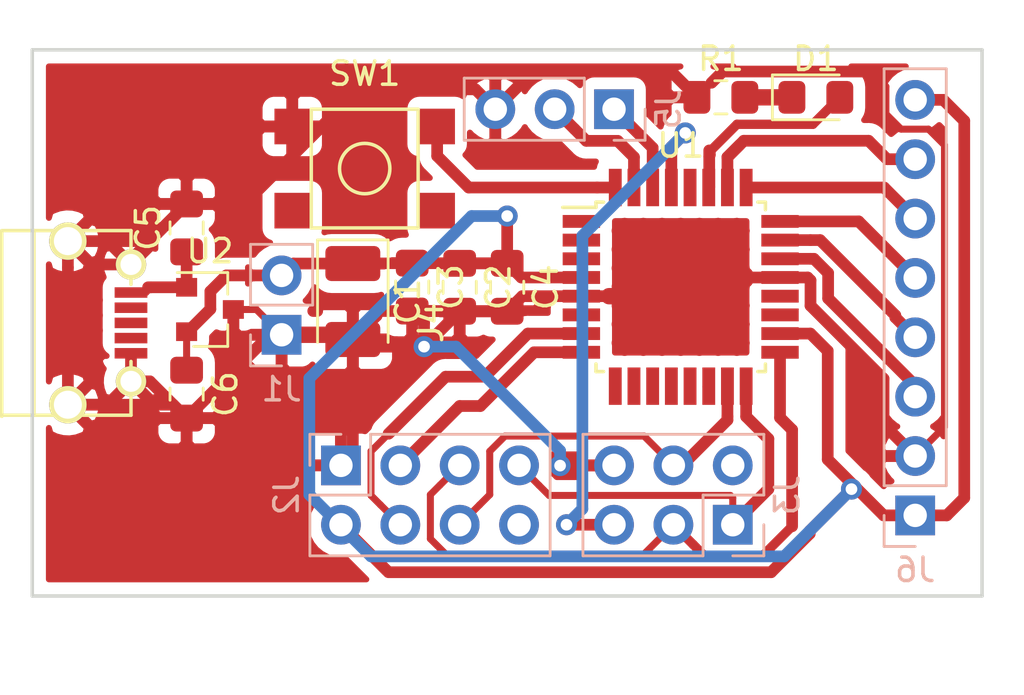
<source format=kicad_pcb>
(kicad_pcb (version 20171130) (host pcbnew "(5.0.2)-1")

  (general
    (thickness 1.6)
    (drawings 4)
    (tracks 216)
    (zones 0)
    (modules 17)
    (nets 38)
  )

  (page A4)
  (layers
    (0 F.Cu signal)
    (31 B.Cu signal)
    (32 B.Adhes user)
    (33 F.Adhes user)
    (34 B.Paste user)
    (35 F.Paste user)
    (36 B.SilkS user)
    (37 F.SilkS user)
    (38 B.Mask user)
    (39 F.Mask user)
    (40 Dwgs.User user)
    (41 Cmts.User user)
    (42 Eco1.User user)
    (43 Eco2.User user)
    (44 Edge.Cuts user)
    (45 Margin user)
    (46 B.CrtYd user)
    (47 F.CrtYd user)
    (48 B.Fab user)
    (49 F.Fab user)
  )

  (setup
    (last_trace_width 0.254)
    (user_trace_width 0.254)
    (user_trace_width 0.3)
    (user_trace_width 0.35)
    (user_trace_width 0.4)
    (user_trace_width 0.45)
    (user_trace_width 0.5)
    (user_trace_width 0.7)
    (user_trace_width 1)
    (trace_clearance 0.254)
    (zone_clearance 0.508)
    (zone_45_only no)
    (trace_min 0.2)
    (segment_width 0.2)
    (edge_width 0.15)
    (via_size 0.9)
    (via_drill 0.5)
    (via_min_size 0.4)
    (via_min_drill 0.3)
    (uvia_size 0.3)
    (uvia_drill 0.1)
    (uvias_allowed no)
    (uvia_min_size 0.2)
    (uvia_min_drill 0.1)
    (pcb_text_width 0.3)
    (pcb_text_size 1.5 1.5)
    (mod_edge_width 0.15)
    (mod_text_size 1 1)
    (mod_text_width 0.15)
    (pad_size 1.524 1.524)
    (pad_drill 0.762)
    (pad_to_mask_clearance 0.051)
    (solder_mask_min_width 0.25)
    (aux_axis_origin 0 0)
    (visible_elements 7FFFFFFF)
    (pcbplotparams
      (layerselection 0x01000_ffffffff)
      (usegerberextensions false)
      (usegerberattributes false)
      (usegerberadvancedattributes false)
      (creategerberjobfile false)
      (excludeedgelayer true)
      (linewidth 0.100000)
      (plotframeref false)
      (viasonmask false)
      (mode 1)
      (useauxorigin false)
      (hpglpennumber 1)
      (hpglpenspeed 20)
      (hpglpendiameter 15.000000)
      (psnegative false)
      (psa4output false)
      (plotreference true)
      (plotvalue true)
      (plotinvisibletext false)
      (padsonsilk false)
      (subtractmaskfromsilk false)
      (outputformat 1)
      (mirror false)
      (drillshape 0)
      (scaleselection 1)
      (outputdirectory "GERBERY/"))
  )

  (net 0 "")
  (net 1 +3V3)
  (net 2 GND)
  (net 3 "Net-(C5-Pad1)")
  (net 4 "Net-(D1-Pad1)")
  (net 5 /LED)
  (net 6 /CE)
  (net 7 /CSN)
  (net 8 /SCK)
  (net 9 /MOSI)
  (net 10 /MISO)
  (net 11 /IRQ)
  (net 12 /VCC_R)
  (net 13 /~RESET)
  (net 14 "Net-(J4-Pad2)")
  (net 15 "Net-(J4-Pad3)")
  (net 16 "Net-(J4-Pad4)")
  (net 17 /RX)
  (net 18 /TX)
  (net 19 /LCD_CS)
  (net 20 /LCD_RST)
  (net 21 /LCD_AO)
  (net 22 /LCD_MOSI)
  (net 23 /LCD_SCK)
  (net 24 /BUTTON1)
  (net 25 "Net-(U1-Pad3)")
  (net 26 "Net-(U1-Pad6)")
  (net 27 "Net-(U1-Pad9)")
  (net 28 "Net-(U1-Pad10)")
  (net 29 "Net-(U1-Pad11)")
  (net 30 "Net-(U1-Pad12)")
  (net 31 "Net-(U1-Pad20)")
  (net 32 "Net-(U1-Pad28)")
  (net 33 "Net-(U1-Pad19)")
  (net 34 "Net-(U1-Pad1)")
  (net 35 "Net-(U1-Pad13)")
  (net 36 "Net-(U1-Pad14)")
  (net 37 "Net-(U1-Pad2)")

  (net_class Default "This is the default net class."
    (clearance 0.254)
    (trace_width 0.254)
    (via_dia 0.9)
    (via_drill 0.5)
    (uvia_dia 0.3)
    (uvia_drill 0.1)
    (add_net +3V3)
    (add_net /BUTTON1)
    (add_net /CE)
    (add_net /CSN)
    (add_net /IRQ)
    (add_net /LCD_AO)
    (add_net /LCD_CS)
    (add_net /LCD_MOSI)
    (add_net /LCD_RST)
    (add_net /LCD_SCK)
    (add_net /LED)
    (add_net /MISO)
    (add_net /MOSI)
    (add_net /RX)
    (add_net /SCK)
    (add_net /TX)
    (add_net /VCC_R)
    (add_net /~RESET)
    (add_net GND)
    (add_net "Net-(C5-Pad1)")
    (add_net "Net-(D1-Pad1)")
    (add_net "Net-(J4-Pad2)")
    (add_net "Net-(J4-Pad3)")
    (add_net "Net-(J4-Pad4)")
    (add_net "Net-(U1-Pad1)")
    (add_net "Net-(U1-Pad10)")
    (add_net "Net-(U1-Pad11)")
    (add_net "Net-(U1-Pad12)")
    (add_net "Net-(U1-Pad13)")
    (add_net "Net-(U1-Pad14)")
    (add_net "Net-(U1-Pad19)")
    (add_net "Net-(U1-Pad2)")
    (add_net "Net-(U1-Pad20)")
    (add_net "Net-(U1-Pad28)")
    (add_net "Net-(U1-Pad3)")
    (add_net "Net-(U1-Pad6)")
    (add_net "Net-(U1-Pad9)")
  )

  (module Connector_PinHeader_2.54mm:PinHeader_2x03_P2.54mm_Vertical (layer B.Cu) (tedit 59FED5CC) (tstamp 5C46E10D)
    (at 164.592 98.044 90)
    (descr "Through hole straight pin header, 2x03, 2.54mm pitch, double rows")
    (tags "Through hole pin header THT 2x03 2.54mm double row")
    (path /5BD855AF)
    (fp_text reference J3 (at 1.27 2.33 90) (layer B.SilkS)
      (effects (font (size 1 1) (thickness 0.15)) (justify mirror))
    )
    (fp_text value AVR-ISP-6 (at 1.27 -7.41 90) (layer B.Fab)
      (effects (font (size 1 1) (thickness 0.15)) (justify mirror))
    )
    (fp_line (start 0 1.27) (end 3.81 1.27) (layer B.Fab) (width 0.1))
    (fp_line (start 3.81 1.27) (end 3.81 -6.35) (layer B.Fab) (width 0.1))
    (fp_line (start 3.81 -6.35) (end -1.27 -6.35) (layer B.Fab) (width 0.1))
    (fp_line (start -1.27 -6.35) (end -1.27 0) (layer B.Fab) (width 0.1))
    (fp_line (start -1.27 0) (end 0 1.27) (layer B.Fab) (width 0.1))
    (fp_line (start -1.33 -6.41) (end 3.87 -6.41) (layer B.SilkS) (width 0.12))
    (fp_line (start -1.33 -1.27) (end -1.33 -6.41) (layer B.SilkS) (width 0.12))
    (fp_line (start 3.87 1.33) (end 3.87 -6.41) (layer B.SilkS) (width 0.12))
    (fp_line (start -1.33 -1.27) (end 1.27 -1.27) (layer B.SilkS) (width 0.12))
    (fp_line (start 1.27 -1.27) (end 1.27 1.33) (layer B.SilkS) (width 0.12))
    (fp_line (start 1.27 1.33) (end 3.87 1.33) (layer B.SilkS) (width 0.12))
    (fp_line (start -1.33 0) (end -1.33 1.33) (layer B.SilkS) (width 0.12))
    (fp_line (start -1.33 1.33) (end 0 1.33) (layer B.SilkS) (width 0.12))
    (fp_line (start -1.8 1.8) (end -1.8 -6.85) (layer B.CrtYd) (width 0.05))
    (fp_line (start -1.8 -6.85) (end 4.35 -6.85) (layer B.CrtYd) (width 0.05))
    (fp_line (start 4.35 -6.85) (end 4.35 1.8) (layer B.CrtYd) (width 0.05))
    (fp_line (start 4.35 1.8) (end -1.8 1.8) (layer B.CrtYd) (width 0.05))
    (fp_text user %R (at 1.27 -2.54) (layer B.Fab)
      (effects (font (size 1 1) (thickness 0.15)) (justify mirror))
    )
    (pad 1 thru_hole rect (at 0 0 90) (size 1.7 1.7) (drill 1) (layers *.Cu *.Mask)
      (net 10 /MISO))
    (pad 2 thru_hole oval (at 2.54 0 90) (size 1.7 1.7) (drill 1) (layers *.Cu *.Mask)
      (net 12 /VCC_R))
    (pad 3 thru_hole oval (at 0 -2.54 90) (size 1.7 1.7) (drill 1) (layers *.Cu *.Mask)
      (net 8 /SCK))
    (pad 4 thru_hole oval (at 2.54 -2.54 90) (size 1.7 1.7) (drill 1) (layers *.Cu *.Mask)
      (net 9 /MOSI))
    (pad 5 thru_hole oval (at 0 -5.08 90) (size 1.7 1.7) (drill 1) (layers *.Cu *.Mask)
      (net 13 /~RESET))
    (pad 6 thru_hole oval (at 2.54 -5.08 90) (size 1.7 1.7) (drill 1) (layers *.Cu *.Mask)
      (net 2 GND))
    (model ${KISYS3DMOD}/Connector_PinHeader_2.54mm.3dshapes/PinHeader_2x03_P2.54mm_Vertical.wrl
      (at (xyz 0 0 0))
      (scale (xyz 1 1 1))
      (rotate (xyz 0 0 0))
    )
  )

  (module Connector_PinHeader_2.54mm:PinHeader_2x04_P2.54mm_Vertical (layer B.Cu) (tedit 59FED5CC) (tstamp 5C46E0F1)
    (at 147.828 95.504 270)
    (descr "Through hole straight pin header, 2x04, 2.54mm pitch, double rows")
    (tags "Through hole pin header THT 2x04 2.54mm double row")
    (path /5BD82D95)
    (fp_text reference J2 (at 1.27 2.33 270) (layer B.SilkS)
      (effects (font (size 1 1) (thickness 0.15)) (justify mirror))
    )
    (fp_text value Conn_02x04_Odd_Even (at 1.27 -9.95 270) (layer B.Fab)
      (effects (font (size 1 1) (thickness 0.15)) (justify mirror))
    )
    (fp_line (start 0 1.27) (end 3.81 1.27) (layer B.Fab) (width 0.1))
    (fp_line (start 3.81 1.27) (end 3.81 -8.89) (layer B.Fab) (width 0.1))
    (fp_line (start 3.81 -8.89) (end -1.27 -8.89) (layer B.Fab) (width 0.1))
    (fp_line (start -1.27 -8.89) (end -1.27 0) (layer B.Fab) (width 0.1))
    (fp_line (start -1.27 0) (end 0 1.27) (layer B.Fab) (width 0.1))
    (fp_line (start -1.33 -8.95) (end 3.87 -8.95) (layer B.SilkS) (width 0.12))
    (fp_line (start -1.33 -1.27) (end -1.33 -8.95) (layer B.SilkS) (width 0.12))
    (fp_line (start 3.87 1.33) (end 3.87 -8.95) (layer B.SilkS) (width 0.12))
    (fp_line (start -1.33 -1.27) (end 1.27 -1.27) (layer B.SilkS) (width 0.12))
    (fp_line (start 1.27 -1.27) (end 1.27 1.33) (layer B.SilkS) (width 0.12))
    (fp_line (start 1.27 1.33) (end 3.87 1.33) (layer B.SilkS) (width 0.12))
    (fp_line (start -1.33 0) (end -1.33 1.33) (layer B.SilkS) (width 0.12))
    (fp_line (start -1.33 1.33) (end 0 1.33) (layer B.SilkS) (width 0.12))
    (fp_line (start -1.8 1.8) (end -1.8 -9.4) (layer B.CrtYd) (width 0.05))
    (fp_line (start -1.8 -9.4) (end 4.35 -9.4) (layer B.CrtYd) (width 0.05))
    (fp_line (start 4.35 -9.4) (end 4.35 1.8) (layer B.CrtYd) (width 0.05))
    (fp_line (start 4.35 1.8) (end -1.8 1.8) (layer B.CrtYd) (width 0.05))
    (fp_text user %R (at 1.27 -3.81 180) (layer B.Fab)
      (effects (font (size 1 1) (thickness 0.15)) (justify mirror))
    )
    (pad 1 thru_hole rect (at 0 0 270) (size 1.7 1.7) (drill 1) (layers *.Cu *.Mask)
      (net 2 GND))
    (pad 2 thru_hole oval (at 2.54 0 270) (size 1.7 1.7) (drill 1) (layers *.Cu *.Mask)
      (net 1 +3V3))
    (pad 3 thru_hole oval (at 0 -2.54 270) (size 1.7 1.7) (drill 1) (layers *.Cu *.Mask)
      (net 6 /CE))
    (pad 4 thru_hole oval (at 2.54 -2.54 270) (size 1.7 1.7) (drill 1) (layers *.Cu *.Mask)
      (net 7 /CSN))
    (pad 5 thru_hole oval (at 0 -5.08 270) (size 1.7 1.7) (drill 1) (layers *.Cu *.Mask)
      (net 8 /SCK))
    (pad 6 thru_hole oval (at 2.54 -5.08 270) (size 1.7 1.7) (drill 1) (layers *.Cu *.Mask)
      (net 9 /MOSI))
    (pad 7 thru_hole oval (at 0 -7.62 270) (size 1.7 1.7) (drill 1) (layers *.Cu *.Mask)
      (net 10 /MISO))
    (pad 8 thru_hole oval (at 2.54 -7.62 270) (size 1.7 1.7) (drill 1) (layers *.Cu *.Mask)
      (net 11 /IRQ))
    (model ${KISYS3DMOD}/Connector_PinHeader_2.54mm.3dshapes/PinHeader_2x04_P2.54mm_Vertical.wrl
      (at (xyz 0 0 0))
      (scale (xyz 1 1 1))
      (rotate (xyz 0 0 0))
    )
  )

  (module Package_TO_SOT_SMD:SOT-23 (layer F.Cu) (tedit 5A02FF57) (tstamp 5C46E1BF)
    (at 142.224 88.834)
    (descr "SOT-23, Standard")
    (tags SOT-23)
    (path /5BF5A8BC)
    (attr smd)
    (fp_text reference U2 (at 0 -2.5) (layer F.SilkS)
      (effects (font (size 1 1) (thickness 0.15)))
    )
    (fp_text value AP7333 (at 0 2.5) (layer F.Fab)
      (effects (font (size 1 1) (thickness 0.15)))
    )
    (fp_text user %R (at 0 0 90) (layer F.Fab)
      (effects (font (size 0.5 0.5) (thickness 0.075)))
    )
    (fp_line (start -0.7 -0.95) (end -0.7 1.5) (layer F.Fab) (width 0.1))
    (fp_line (start -0.15 -1.52) (end 0.7 -1.52) (layer F.Fab) (width 0.1))
    (fp_line (start -0.7 -0.95) (end -0.15 -1.52) (layer F.Fab) (width 0.1))
    (fp_line (start 0.7 -1.52) (end 0.7 1.52) (layer F.Fab) (width 0.1))
    (fp_line (start -0.7 1.52) (end 0.7 1.52) (layer F.Fab) (width 0.1))
    (fp_line (start 0.76 1.58) (end 0.76 0.65) (layer F.SilkS) (width 0.12))
    (fp_line (start 0.76 -1.58) (end 0.76 -0.65) (layer F.SilkS) (width 0.12))
    (fp_line (start -1.7 -1.75) (end 1.7 -1.75) (layer F.CrtYd) (width 0.05))
    (fp_line (start 1.7 -1.75) (end 1.7 1.75) (layer F.CrtYd) (width 0.05))
    (fp_line (start 1.7 1.75) (end -1.7 1.75) (layer F.CrtYd) (width 0.05))
    (fp_line (start -1.7 1.75) (end -1.7 -1.75) (layer F.CrtYd) (width 0.05))
    (fp_line (start 0.76 -1.58) (end -1.4 -1.58) (layer F.SilkS) (width 0.12))
    (fp_line (start 0.76 1.58) (end -0.7 1.58) (layer F.SilkS) (width 0.12))
    (pad 1 smd rect (at -1 -0.95) (size 0.9 0.8) (layers F.Cu F.Paste F.Mask)
      (net 3 "Net-(C5-Pad1)"))
    (pad 2 smd rect (at -1 0.95) (size 0.9 0.8) (layers F.Cu F.Paste F.Mask)
      (net 1 +3V3))
    (pad 3 smd rect (at 1 0) (size 0.9 0.8) (layers F.Cu F.Paste F.Mask)
      (net 2 GND))
    (model ${KISYS3DMOD}/Package_TO_SOT_SMD.3dshapes/SOT-23.wrl
      (at (xyz 0 0 0))
      (scale (xyz 1 1 1))
      (rotate (xyz 0 0 0))
    )
  )

  (module Capacitor_SMD:C_0805_2012Metric_Pad1.15x1.40mm_HandSolder (layer F.Cu) (tedit 5B36C52B) (tstamp 5C46E0AA)
    (at 141.224 92.456 270)
    (descr "Capacitor SMD 0805 (2012 Metric), square (rectangular) end terminal, IPC_7351 nominal with elongated pad for handsoldering. (Body size source: https://docs.google.com/spreadsheets/d/1BsfQQcO9C6DZCsRaXUlFlo91Tg2WpOkGARC1WS5S8t0/edit?usp=sharing), generated with kicad-footprint-generator")
    (tags "capacitor handsolder")
    (path /5BF5C5AD)
    (attr smd)
    (fp_text reference C6 (at 0 -1.65 270) (layer F.SilkS)
      (effects (font (size 1 1) (thickness 0.15)))
    )
    (fp_text value 1u (at 0 1.65 270) (layer F.Fab)
      (effects (font (size 1 1) (thickness 0.15)))
    )
    (fp_line (start -1 0.6) (end -1 -0.6) (layer F.Fab) (width 0.1))
    (fp_line (start -1 -0.6) (end 1 -0.6) (layer F.Fab) (width 0.1))
    (fp_line (start 1 -0.6) (end 1 0.6) (layer F.Fab) (width 0.1))
    (fp_line (start 1 0.6) (end -1 0.6) (layer F.Fab) (width 0.1))
    (fp_line (start -0.261252 -0.71) (end 0.261252 -0.71) (layer F.SilkS) (width 0.12))
    (fp_line (start -0.261252 0.71) (end 0.261252 0.71) (layer F.SilkS) (width 0.12))
    (fp_line (start -1.85 0.95) (end -1.85 -0.95) (layer F.CrtYd) (width 0.05))
    (fp_line (start -1.85 -0.95) (end 1.85 -0.95) (layer F.CrtYd) (width 0.05))
    (fp_line (start 1.85 -0.95) (end 1.85 0.95) (layer F.CrtYd) (width 0.05))
    (fp_line (start 1.85 0.95) (end -1.85 0.95) (layer F.CrtYd) (width 0.05))
    (fp_text user %R (at 0 0 270) (layer F.Fab)
      (effects (font (size 0.5 0.5) (thickness 0.08)))
    )
    (pad 1 smd roundrect (at -1.025 0 270) (size 1.15 1.4) (layers F.Cu F.Paste F.Mask) (roundrect_rratio 0.217391)
      (net 1 +3V3))
    (pad 2 smd roundrect (at 1.025 0 270) (size 1.15 1.4) (layers F.Cu F.Paste F.Mask) (roundrect_rratio 0.217391)
      (net 2 GND))
    (model ${KISYS3DMOD}/Capacitor_SMD.3dshapes/C_0805_2012Metric.wrl
      (at (xyz 0 0 0))
      (scale (xyz 1 1 1))
      (rotate (xyz 0 0 0))
    )
  )

  (module Capacitor_Tantalum_SMD:CP_EIA-3528-21_Kemet-B_Pad1.50x2.35mm_HandSolder (layer F.Cu) (tedit 5B342532) (tstamp 5C46E055)
    (at 148.336 88.493 270)
    (descr "Tantalum Capacitor SMD Kemet-B (3528-21 Metric), IPC_7351 nominal, (Body size from: http://www.kemet.com/Lists/ProductCatalog/Attachments/253/KEM_TC101_STD.pdf), generated with kicad-footprint-generator")
    (tags "capacitor tantalum")
    (path /5BE30EED)
    (attr smd)
    (fp_text reference C1 (at 0 -2.35 270) (layer F.SilkS)
      (effects (font (size 1 1) (thickness 0.15)))
    )
    (fp_text value 100u (at 0 2.35 270) (layer F.Fab)
      (effects (font (size 1 1) (thickness 0.15)))
    )
    (fp_line (start 1.75 -1.4) (end -1.05 -1.4) (layer F.Fab) (width 0.1))
    (fp_line (start -1.05 -1.4) (end -1.75 -0.7) (layer F.Fab) (width 0.1))
    (fp_line (start -1.75 -0.7) (end -1.75 1.4) (layer F.Fab) (width 0.1))
    (fp_line (start -1.75 1.4) (end 1.75 1.4) (layer F.Fab) (width 0.1))
    (fp_line (start 1.75 1.4) (end 1.75 -1.4) (layer F.Fab) (width 0.1))
    (fp_line (start 1.75 -1.51) (end -2.635 -1.51) (layer F.SilkS) (width 0.12))
    (fp_line (start -2.635 -1.51) (end -2.635 1.51) (layer F.SilkS) (width 0.12))
    (fp_line (start -2.635 1.51) (end 1.75 1.51) (layer F.SilkS) (width 0.12))
    (fp_line (start -2.62 1.65) (end -2.62 -1.65) (layer F.CrtYd) (width 0.05))
    (fp_line (start -2.62 -1.65) (end 2.62 -1.65) (layer F.CrtYd) (width 0.05))
    (fp_line (start 2.62 -1.65) (end 2.62 1.65) (layer F.CrtYd) (width 0.05))
    (fp_line (start 2.62 1.65) (end -2.62 1.65) (layer F.CrtYd) (width 0.05))
    (fp_text user %R (at 0 0 270) (layer F.Fab)
      (effects (font (size 0.88 0.88) (thickness 0.13)))
    )
    (pad 1 smd roundrect (at -1.625 0 270) (size 1.5 2.35) (layers F.Cu F.Paste F.Mask) (roundrect_rratio 0.166667)
      (net 1 +3V3))
    (pad 2 smd roundrect (at 1.625 0 270) (size 1.5 2.35) (layers F.Cu F.Paste F.Mask) (roundrect_rratio 0.166667)
      (net 2 GND))
    (model ${KISYS3DMOD}/Capacitor_Tantalum_SMD.3dshapes/CP_EIA-3528-21_Kemet-B.wrl
      (at (xyz 0 0 0))
      (scale (xyz 1 1 1))
      (rotate (xyz 0 0 0))
    )
  )

  (module Capacitor_SMD:C_0805_2012Metric_Pad1.15x1.40mm_HandSolder (layer F.Cu) (tedit 5B36C52B) (tstamp 5C46E066)
    (at 152.908 87.884 270)
    (descr "Capacitor SMD 0805 (2012 Metric), square (rectangular) end terminal, IPC_7351 nominal with elongated pad for handsoldering. (Body size source: https://docs.google.com/spreadsheets/d/1BsfQQcO9C6DZCsRaXUlFlo91Tg2WpOkGARC1WS5S8t0/edit?usp=sharing), generated with kicad-footprint-generator")
    (tags "capacitor handsolder")
    (path /5BD8A982)
    (attr smd)
    (fp_text reference C2 (at 0 -1.65 270) (layer F.SilkS)
      (effects (font (size 1 1) (thickness 0.15)))
    )
    (fp_text value 100n (at 0 1.65 270) (layer F.Fab)
      (effects (font (size 1 1) (thickness 0.15)))
    )
    (fp_line (start -1 0.6) (end -1 -0.6) (layer F.Fab) (width 0.1))
    (fp_line (start -1 -0.6) (end 1 -0.6) (layer F.Fab) (width 0.1))
    (fp_line (start 1 -0.6) (end 1 0.6) (layer F.Fab) (width 0.1))
    (fp_line (start 1 0.6) (end -1 0.6) (layer F.Fab) (width 0.1))
    (fp_line (start -0.261252 -0.71) (end 0.261252 -0.71) (layer F.SilkS) (width 0.12))
    (fp_line (start -0.261252 0.71) (end 0.261252 0.71) (layer F.SilkS) (width 0.12))
    (fp_line (start -1.85 0.95) (end -1.85 -0.95) (layer F.CrtYd) (width 0.05))
    (fp_line (start -1.85 -0.95) (end 1.85 -0.95) (layer F.CrtYd) (width 0.05))
    (fp_line (start 1.85 -0.95) (end 1.85 0.95) (layer F.CrtYd) (width 0.05))
    (fp_line (start 1.85 0.95) (end -1.85 0.95) (layer F.CrtYd) (width 0.05))
    (fp_text user %R (at 0 0 270) (layer F.Fab)
      (effects (font (size 0.5 0.5) (thickness 0.08)))
    )
    (pad 1 smd roundrect (at -1.025 0 270) (size 1.15 1.4) (layers F.Cu F.Paste F.Mask) (roundrect_rratio 0.217391)
      (net 1 +3V3))
    (pad 2 smd roundrect (at 1.025 0 270) (size 1.15 1.4) (layers F.Cu F.Paste F.Mask) (roundrect_rratio 0.217391)
      (net 2 GND))
    (model ${KISYS3DMOD}/Capacitor_SMD.3dshapes/C_0805_2012Metric.wrl
      (at (xyz 0 0 0))
      (scale (xyz 1 1 1))
      (rotate (xyz 0 0 0))
    )
  )

  (module Capacitor_SMD:C_0805_2012Metric_Pad1.15x1.40mm_HandSolder (layer F.Cu) (tedit 5B36C52B) (tstamp 5C46E077)
    (at 150.876 87.875 270)
    (descr "Capacitor SMD 0805 (2012 Metric), square (rectangular) end terminal, IPC_7351 nominal with elongated pad for handsoldering. (Body size source: https://docs.google.com/spreadsheets/d/1BsfQQcO9C6DZCsRaXUlFlo91Tg2WpOkGARC1WS5S8t0/edit?usp=sharing), generated with kicad-footprint-generator")
    (tags "capacitor handsolder")
    (path /5BD8B063)
    (attr smd)
    (fp_text reference C3 (at 0 -1.65 270) (layer F.SilkS)
      (effects (font (size 1 1) (thickness 0.15)))
    )
    (fp_text value 100n (at 0 1.65 270) (layer F.Fab)
      (effects (font (size 1 1) (thickness 0.15)))
    )
    (fp_text user %R (at 0 0 90) (layer F.Fab)
      (effects (font (size 0.5 0.5) (thickness 0.08)))
    )
    (fp_line (start 1.85 0.95) (end -1.85 0.95) (layer F.CrtYd) (width 0.05))
    (fp_line (start 1.85 -0.95) (end 1.85 0.95) (layer F.CrtYd) (width 0.05))
    (fp_line (start -1.85 -0.95) (end 1.85 -0.95) (layer F.CrtYd) (width 0.05))
    (fp_line (start -1.85 0.95) (end -1.85 -0.95) (layer F.CrtYd) (width 0.05))
    (fp_line (start -0.261252 0.71) (end 0.261252 0.71) (layer F.SilkS) (width 0.12))
    (fp_line (start -0.261252 -0.71) (end 0.261252 -0.71) (layer F.SilkS) (width 0.12))
    (fp_line (start 1 0.6) (end -1 0.6) (layer F.Fab) (width 0.1))
    (fp_line (start 1 -0.6) (end 1 0.6) (layer F.Fab) (width 0.1))
    (fp_line (start -1 -0.6) (end 1 -0.6) (layer F.Fab) (width 0.1))
    (fp_line (start -1 0.6) (end -1 -0.6) (layer F.Fab) (width 0.1))
    (pad 2 smd roundrect (at 1.025 0 270) (size 1.15 1.4) (layers F.Cu F.Paste F.Mask) (roundrect_rratio 0.217391)
      (net 2 GND))
    (pad 1 smd roundrect (at -1.025 0 270) (size 1.15 1.4) (layers F.Cu F.Paste F.Mask) (roundrect_rratio 0.217391)
      (net 1 +3V3))
    (model ${KISYS3DMOD}/Capacitor_SMD.3dshapes/C_0805_2012Metric.wrl
      (at (xyz 0 0 0))
      (scale (xyz 1 1 1))
      (rotate (xyz 0 0 0))
    )
  )

  (module Capacitor_SMD:C_0805_2012Metric_Pad1.15x1.40mm_HandSolder (layer F.Cu) (tedit 5B36C52B) (tstamp 5C46E088)
    (at 154.94 87.884 270)
    (descr "Capacitor SMD 0805 (2012 Metric), square (rectangular) end terminal, IPC_7351 nominal with elongated pad for handsoldering. (Body size source: https://docs.google.com/spreadsheets/d/1BsfQQcO9C6DZCsRaXUlFlo91Tg2WpOkGARC1WS5S8t0/edit?usp=sharing), generated with kicad-footprint-generator")
    (tags "capacitor handsolder")
    (path /5BD827D6)
    (attr smd)
    (fp_text reference C4 (at 0 -1.65 270) (layer F.SilkS)
      (effects (font (size 1 1) (thickness 0.15)))
    )
    (fp_text value 100n (at 0 1.65 270) (layer F.Fab)
      (effects (font (size 1 1) (thickness 0.15)))
    )
    (fp_line (start -1 0.6) (end -1 -0.6) (layer F.Fab) (width 0.1))
    (fp_line (start -1 -0.6) (end 1 -0.6) (layer F.Fab) (width 0.1))
    (fp_line (start 1 -0.6) (end 1 0.6) (layer F.Fab) (width 0.1))
    (fp_line (start 1 0.6) (end -1 0.6) (layer F.Fab) (width 0.1))
    (fp_line (start -0.261252 -0.71) (end 0.261252 -0.71) (layer F.SilkS) (width 0.12))
    (fp_line (start -0.261252 0.71) (end 0.261252 0.71) (layer F.SilkS) (width 0.12))
    (fp_line (start -1.85 0.95) (end -1.85 -0.95) (layer F.CrtYd) (width 0.05))
    (fp_line (start -1.85 -0.95) (end 1.85 -0.95) (layer F.CrtYd) (width 0.05))
    (fp_line (start 1.85 -0.95) (end 1.85 0.95) (layer F.CrtYd) (width 0.05))
    (fp_line (start 1.85 0.95) (end -1.85 0.95) (layer F.CrtYd) (width 0.05))
    (fp_text user %R (at 0 0 270) (layer F.Fab)
      (effects (font (size 0.5 0.5) (thickness 0.08)))
    )
    (pad 1 smd roundrect (at -1.025 0 270) (size 1.15 1.4) (layers F.Cu F.Paste F.Mask) (roundrect_rratio 0.217391)
      (net 1 +3V3))
    (pad 2 smd roundrect (at 1.025 0 270) (size 1.15 1.4) (layers F.Cu F.Paste F.Mask) (roundrect_rratio 0.217391)
      (net 2 GND))
    (model ${KISYS3DMOD}/Capacitor_SMD.3dshapes/C_0805_2012Metric.wrl
      (at (xyz 0 0 0))
      (scale (xyz 1 1 1))
      (rotate (xyz 0 0 0))
    )
  )

  (module Capacitor_SMD:C_0805_2012Metric_Pad1.15x1.40mm_HandSolder (layer F.Cu) (tedit 5B36C52B) (tstamp 5C46E099)
    (at 141.224 85.344 90)
    (descr "Capacitor SMD 0805 (2012 Metric), square (rectangular) end terminal, IPC_7351 nominal with elongated pad for handsoldering. (Body size source: https://docs.google.com/spreadsheets/d/1BsfQQcO9C6DZCsRaXUlFlo91Tg2WpOkGARC1WS5S8t0/edit?usp=sharing), generated with kicad-footprint-generator")
    (tags "capacitor handsolder")
    (path /5BF5C54A)
    (attr smd)
    (fp_text reference C5 (at 0 -1.65 90) (layer F.SilkS)
      (effects (font (size 1 1) (thickness 0.15)))
    )
    (fp_text value 1u (at 0 1.65 90) (layer F.Fab)
      (effects (font (size 1 1) (thickness 0.15)))
    )
    (fp_text user %R (at 0 0 90) (layer F.Fab)
      (effects (font (size 0.5 0.5) (thickness 0.08)))
    )
    (fp_line (start 1.85 0.95) (end -1.85 0.95) (layer F.CrtYd) (width 0.05))
    (fp_line (start 1.85 -0.95) (end 1.85 0.95) (layer F.CrtYd) (width 0.05))
    (fp_line (start -1.85 -0.95) (end 1.85 -0.95) (layer F.CrtYd) (width 0.05))
    (fp_line (start -1.85 0.95) (end -1.85 -0.95) (layer F.CrtYd) (width 0.05))
    (fp_line (start -0.261252 0.71) (end 0.261252 0.71) (layer F.SilkS) (width 0.12))
    (fp_line (start -0.261252 -0.71) (end 0.261252 -0.71) (layer F.SilkS) (width 0.12))
    (fp_line (start 1 0.6) (end -1 0.6) (layer F.Fab) (width 0.1))
    (fp_line (start 1 -0.6) (end 1 0.6) (layer F.Fab) (width 0.1))
    (fp_line (start -1 -0.6) (end 1 -0.6) (layer F.Fab) (width 0.1))
    (fp_line (start -1 0.6) (end -1 -0.6) (layer F.Fab) (width 0.1))
    (pad 2 smd roundrect (at 1.025 0 90) (size 1.15 1.4) (layers F.Cu F.Paste F.Mask) (roundrect_rratio 0.217391)
      (net 2 GND))
    (pad 1 smd roundrect (at -1.025 0 90) (size 1.15 1.4) (layers F.Cu F.Paste F.Mask) (roundrect_rratio 0.217391)
      (net 3 "Net-(C5-Pad1)"))
    (model ${KISYS3DMOD}/Capacitor_SMD.3dshapes/C_0805_2012Metric.wrl
      (at (xyz 0 0 0))
      (scale (xyz 1 1 1))
      (rotate (xyz 0 0 0))
    )
  )

  (module LED_SMD:LED_0805_2012Metric_Pad1.15x1.40mm_HandSolder (layer F.Cu) (tedit 5B4B45C9) (tstamp 5C46E0BD)
    (at 168.148 79.756)
    (descr "LED SMD 0805 (2012 Metric), square (rectangular) end terminal, IPC_7351 nominal, (Body size source: https://docs.google.com/spreadsheets/d/1BsfQQcO9C6DZCsRaXUlFlo91Tg2WpOkGARC1WS5S8t0/edit?usp=sharing), generated with kicad-footprint-generator")
    (tags "LED handsolder")
    (path /5C46E618)
    (attr smd)
    (fp_text reference D1 (at 0 -1.65) (layer F.SilkS)
      (effects (font (size 1 1) (thickness 0.15)))
    )
    (fp_text value LED_Small (at 0 1.65) (layer F.Fab)
      (effects (font (size 1 1) (thickness 0.15)))
    )
    (fp_text user %R (at 0 0) (layer F.Fab)
      (effects (font (size 0.5 0.5) (thickness 0.08)))
    )
    (fp_line (start 1.85 0.95) (end -1.85 0.95) (layer F.CrtYd) (width 0.05))
    (fp_line (start 1.85 -0.95) (end 1.85 0.95) (layer F.CrtYd) (width 0.05))
    (fp_line (start -1.85 -0.95) (end 1.85 -0.95) (layer F.CrtYd) (width 0.05))
    (fp_line (start -1.85 0.95) (end -1.85 -0.95) (layer F.CrtYd) (width 0.05))
    (fp_line (start -1.86 0.96) (end 1 0.96) (layer F.SilkS) (width 0.12))
    (fp_line (start -1.86 -0.96) (end -1.86 0.96) (layer F.SilkS) (width 0.12))
    (fp_line (start 1 -0.96) (end -1.86 -0.96) (layer F.SilkS) (width 0.12))
    (fp_line (start 1 0.6) (end 1 -0.6) (layer F.Fab) (width 0.1))
    (fp_line (start -1 0.6) (end 1 0.6) (layer F.Fab) (width 0.1))
    (fp_line (start -1 -0.3) (end -1 0.6) (layer F.Fab) (width 0.1))
    (fp_line (start -0.7 -0.6) (end -1 -0.3) (layer F.Fab) (width 0.1))
    (fp_line (start 1 -0.6) (end -0.7 -0.6) (layer F.Fab) (width 0.1))
    (pad 2 smd roundrect (at 1.025 0) (size 1.15 1.4) (layers F.Cu F.Paste F.Mask) (roundrect_rratio 0.217391)
      (net 5 /LED))
    (pad 1 smd roundrect (at -1.025 0) (size 1.15 1.4) (layers F.Cu F.Paste F.Mask) (roundrect_rratio 0.217391)
      (net 4 "Net-(D1-Pad1)"))
    (model ${KISYS3DMOD}/LED_SMD.3dshapes/LED_0805_2012Metric.wrl
      (at (xyz 0 0 0))
      (scale (xyz 1 1 1))
      (rotate (xyz 0 0 0))
    )
  )

  (module Connector_PinHeader_2.54mm:PinHeader_1x02_P2.54mm_Vertical (layer B.Cu) (tedit 59FED5CC) (tstamp 5C504621)
    (at 145.288 89.916)
    (descr "Through hole straight pin header, 1x02, 2.54mm pitch, single row")
    (tags "Through hole pin header THT 1x02 2.54mm single row")
    (path /5BD82679)
    (fp_text reference J1 (at 0 2.33) (layer B.SilkS)
      (effects (font (size 1 1) (thickness 0.15)) (justify mirror))
    )
    (fp_text value Conn_01x02 (at 0 -4.87) (layer B.Fab)
      (effects (font (size 1 1) (thickness 0.15)) (justify mirror))
    )
    (fp_line (start -0.635 1.27) (end 1.27 1.27) (layer B.Fab) (width 0.1))
    (fp_line (start 1.27 1.27) (end 1.27 -3.81) (layer B.Fab) (width 0.1))
    (fp_line (start 1.27 -3.81) (end -1.27 -3.81) (layer B.Fab) (width 0.1))
    (fp_line (start -1.27 -3.81) (end -1.27 0.635) (layer B.Fab) (width 0.1))
    (fp_line (start -1.27 0.635) (end -0.635 1.27) (layer B.Fab) (width 0.1))
    (fp_line (start -1.33 -3.87) (end 1.33 -3.87) (layer B.SilkS) (width 0.12))
    (fp_line (start -1.33 -1.27) (end -1.33 -3.87) (layer B.SilkS) (width 0.12))
    (fp_line (start 1.33 -1.27) (end 1.33 -3.87) (layer B.SilkS) (width 0.12))
    (fp_line (start -1.33 -1.27) (end 1.33 -1.27) (layer B.SilkS) (width 0.12))
    (fp_line (start -1.33 0) (end -1.33 1.33) (layer B.SilkS) (width 0.12))
    (fp_line (start -1.33 1.33) (end 0 1.33) (layer B.SilkS) (width 0.12))
    (fp_line (start -1.8 1.8) (end -1.8 -4.35) (layer B.CrtYd) (width 0.05))
    (fp_line (start -1.8 -4.35) (end 1.8 -4.35) (layer B.CrtYd) (width 0.05))
    (fp_line (start 1.8 -4.35) (end 1.8 1.8) (layer B.CrtYd) (width 0.05))
    (fp_line (start 1.8 1.8) (end -1.8 1.8) (layer B.CrtYd) (width 0.05))
    (fp_text user %R (at 0 -1.27 -90) (layer B.Fab)
      (effects (font (size 1 1) (thickness 0.15)) (justify mirror))
    )
    (pad 1 thru_hole rect (at 0 0) (size 1.7 1.7) (drill 1) (layers *.Cu *.Mask)
      (net 2 GND))
    (pad 2 thru_hole oval (at 0 -2.54) (size 1.7 1.7) (drill 1) (layers *.Cu *.Mask)
      (net 1 +3V3))
    (model ${KISYS3DMOD}/Connector_PinHeader_2.54mm.3dshapes/PinHeader_1x02_P2.54mm_Vertical.wrl
      (at (xyz 0 0 0))
      (scale (xyz 1 1 1))
      (rotate (xyz 0 0 0))
    )
  )

  (module microusb:microusb (layer F.Cu) (tedit 5BF3CE20) (tstamp 5C46E122)
    (at 138.844 89.408 270)
    (path /5BF425F3)
    (fp_text reference J4 (at 0 -12.835 270) (layer F.SilkS)
      (effects (font (size 1 1) (thickness 0.15)))
    )
    (fp_text value USB_B_Micro (at 0 -13.835 270) (layer F.Fab)
      (effects (font (size 1 1) (thickness 0.15)))
    )
    (fp_line (start -3.95 4.15) (end 3.95 4.15) (layer F.SilkS) (width 0.15))
    (fp_line (start -3.95 0) (end -1.65 0) (layer F.SilkS) (width 0.15))
    (fp_line (start 3.95 0) (end 3.95 4.15) (layer F.SilkS) (width 0.15))
    (fp_line (start 3.95 0) (end 1.65 0) (layer F.SilkS) (width 0.15))
    (fp_line (start -3.95 0) (end -3.95 4.15) (layer F.SilkS) (width 0.15))
    (fp_line (start 3.95 4.15) (end 3.95 5.53) (layer F.SilkS) (width 0.15))
    (fp_line (start 4.0005 5.53) (end -3.8995 5.53) (layer F.SilkS) (width 0.15))
    (fp_line (start -3.95 4.15) (end -3.95 5.53) (layer F.SilkS) (width 0.15))
    (pad 1 smd rect (at -1.3 0 270) (size 0.45 1.4) (layers F.Cu F.Paste F.Mask)
      (net 3 "Net-(C5-Pad1)"))
    (pad 2 smd rect (at -0.65 0 270) (size 0.45 1.4) (layers F.Cu F.Paste F.Mask)
      (net 14 "Net-(J4-Pad2)"))
    (pad 3 smd rect (at 0 0 270) (size 0.45 1.4) (layers F.Cu F.Paste F.Mask)
      (net 15 "Net-(J4-Pad3)"))
    (pad 4 smd rect (at 0.65 0 270) (size 0.45 1.4) (layers F.Cu F.Paste F.Mask)
      (net 16 "Net-(J4-Pad4)"))
    (pad 5 smd rect (at 1.3 0 270) (size 0.45 1.4) (layers F.Cu F.Paste F.Mask)
      (net 2 GND))
    (pad 6 thru_hole circle (at -2.5 0 270) (size 1.3 1.3) (drill 0.9) (layers *.Cu *.Mask F.SilkS)
      (net 2 GND))
    (pad 6 thru_hole circle (at 2.5 0 270) (size 1.3 1.3) (drill 0.9) (layers *.Cu *.Mask F.SilkS)
      (net 2 GND))
    (pad 6 thru_hole circle (at -3.5 2.7 270) (size 1.6 1.6) (drill 1.2) (layers *.Cu *.Mask F.SilkS)
      (net 2 GND))
    (pad 6 thru_hole circle (at 3.5 2.7 270) (size 1.6 1.6) (drill 1.2) (layers *.Cu *.Mask F.SilkS)
      (net 2 GND))
  )

  (module Connector_PinHeader_2.54mm:PinHeader_1x03_P2.54mm_Vertical (layer B.Cu) (tedit 59FED5CC) (tstamp 5C46E139)
    (at 159.512 80.264 90)
    (descr "Through hole straight pin header, 1x03, 2.54mm pitch, single row")
    (tags "Through hole pin header THT 1x03 2.54mm single row")
    (path /5BF6119C)
    (fp_text reference J5 (at 0 2.33 90) (layer B.SilkS)
      (effects (font (size 1 1) (thickness 0.15)) (justify mirror))
    )
    (fp_text value Conn_01x03 (at 0 -7.41 90) (layer B.Fab)
      (effects (font (size 1 1) (thickness 0.15)) (justify mirror))
    )
    (fp_line (start -0.635 1.27) (end 1.27 1.27) (layer B.Fab) (width 0.1))
    (fp_line (start 1.27 1.27) (end 1.27 -6.35) (layer B.Fab) (width 0.1))
    (fp_line (start 1.27 -6.35) (end -1.27 -6.35) (layer B.Fab) (width 0.1))
    (fp_line (start -1.27 -6.35) (end -1.27 0.635) (layer B.Fab) (width 0.1))
    (fp_line (start -1.27 0.635) (end -0.635 1.27) (layer B.Fab) (width 0.1))
    (fp_line (start -1.33 -6.41) (end 1.33 -6.41) (layer B.SilkS) (width 0.12))
    (fp_line (start -1.33 -1.27) (end -1.33 -6.41) (layer B.SilkS) (width 0.12))
    (fp_line (start 1.33 -1.27) (end 1.33 -6.41) (layer B.SilkS) (width 0.12))
    (fp_line (start -1.33 -1.27) (end 1.33 -1.27) (layer B.SilkS) (width 0.12))
    (fp_line (start -1.33 0) (end -1.33 1.33) (layer B.SilkS) (width 0.12))
    (fp_line (start -1.33 1.33) (end 0 1.33) (layer B.SilkS) (width 0.12))
    (fp_line (start -1.8 1.8) (end -1.8 -6.85) (layer B.CrtYd) (width 0.05))
    (fp_line (start -1.8 -6.85) (end 1.8 -6.85) (layer B.CrtYd) (width 0.05))
    (fp_line (start 1.8 -6.85) (end 1.8 1.8) (layer B.CrtYd) (width 0.05))
    (fp_line (start 1.8 1.8) (end -1.8 1.8) (layer B.CrtYd) (width 0.05))
    (fp_text user %R (at 0 -2.54) (layer B.Fab)
      (effects (font (size 1 1) (thickness 0.15)) (justify mirror))
    )
    (pad 1 thru_hole rect (at 0 0 90) (size 1.7 1.7) (drill 1) (layers *.Cu *.Mask)
      (net 17 /RX))
    (pad 2 thru_hole oval (at 0 -2.54 90) (size 1.7 1.7) (drill 1) (layers *.Cu *.Mask)
      (net 18 /TX))
    (pad 3 thru_hole oval (at 0 -5.08 90) (size 1.7 1.7) (drill 1) (layers *.Cu *.Mask)
      (net 2 GND))
    (model ${KISYS3DMOD}/Connector_PinHeader_2.54mm.3dshapes/PinHeader_1x03_P2.54mm_Vertical.wrl
      (at (xyz 0 0 0))
      (scale (xyz 1 1 1))
      (rotate (xyz 0 0 0))
    )
  )

  (module Connector_PinHeader_2.54mm:PinHeader_1x08_P2.54mm_Vertical (layer B.Cu) (tedit 59FED5CC) (tstamp 5C46E155)
    (at 172.398 97.644)
    (descr "Through hole straight pin header, 1x08, 2.54mm pitch, single row")
    (tags "Through hole pin header THT 1x08 2.54mm single row")
    (path /5C470174)
    (fp_text reference J6 (at 0 2.33) (layer B.SilkS)
      (effects (font (size 1 1) (thickness 0.15)) (justify mirror))
    )
    (fp_text value Conn_01x08 (at 0 -20.11) (layer B.Fab)
      (effects (font (size 1 1) (thickness 0.15)) (justify mirror))
    )
    (fp_line (start -0.635 1.27) (end 1.27 1.27) (layer B.Fab) (width 0.1))
    (fp_line (start 1.27 1.27) (end 1.27 -19.05) (layer B.Fab) (width 0.1))
    (fp_line (start 1.27 -19.05) (end -1.27 -19.05) (layer B.Fab) (width 0.1))
    (fp_line (start -1.27 -19.05) (end -1.27 0.635) (layer B.Fab) (width 0.1))
    (fp_line (start -1.27 0.635) (end -0.635 1.27) (layer B.Fab) (width 0.1))
    (fp_line (start -1.33 -19.11) (end 1.33 -19.11) (layer B.SilkS) (width 0.12))
    (fp_line (start -1.33 -1.27) (end -1.33 -19.11) (layer B.SilkS) (width 0.12))
    (fp_line (start 1.33 -1.27) (end 1.33 -19.11) (layer B.SilkS) (width 0.12))
    (fp_line (start -1.33 -1.27) (end 1.33 -1.27) (layer B.SilkS) (width 0.12))
    (fp_line (start -1.33 0) (end -1.33 1.33) (layer B.SilkS) (width 0.12))
    (fp_line (start -1.33 1.33) (end 0 1.33) (layer B.SilkS) (width 0.12))
    (fp_line (start -1.8 1.8) (end -1.8 -19.55) (layer B.CrtYd) (width 0.05))
    (fp_line (start -1.8 -19.55) (end 1.8 -19.55) (layer B.CrtYd) (width 0.05))
    (fp_line (start 1.8 -19.55) (end 1.8 1.8) (layer B.CrtYd) (width 0.05))
    (fp_line (start 1.8 1.8) (end -1.8 1.8) (layer B.CrtYd) (width 0.05))
    (fp_text user %R (at 0 -8.89 -90) (layer B.Fab)
      (effects (font (size 1 1) (thickness 0.15)) (justify mirror))
    )
    (pad 1 thru_hole rect (at 0 0) (size 1.7 1.7) (drill 1) (layers *.Cu *.Mask)
      (net 1 +3V3))
    (pad 2 thru_hole oval (at 0 -2.54) (size 1.7 1.7) (drill 1) (layers *.Cu *.Mask)
      (net 2 GND))
    (pad 3 thru_hole oval (at 0 -5.08) (size 1.7 1.7) (drill 1) (layers *.Cu *.Mask)
      (net 19 /LCD_CS))
    (pad 4 thru_hole oval (at 0 -7.62) (size 1.7 1.7) (drill 1) (layers *.Cu *.Mask)
      (net 20 /LCD_RST))
    (pad 5 thru_hole oval (at 0 -10.16) (size 1.7 1.7) (drill 1) (layers *.Cu *.Mask)
      (net 21 /LCD_AO))
    (pad 6 thru_hole oval (at 0 -12.7) (size 1.7 1.7) (drill 1) (layers *.Cu *.Mask)
      (net 22 /LCD_MOSI))
    (pad 7 thru_hole oval (at 0 -15.24) (size 1.7 1.7) (drill 1) (layers *.Cu *.Mask)
      (net 23 /LCD_SCK))
    (pad 8 thru_hole oval (at 0 -17.78) (size 1.7 1.7) (drill 1) (layers *.Cu *.Mask)
      (net 1 +3V3))
    (model ${KISYS3DMOD}/Connector_PinHeader_2.54mm.3dshapes/PinHeader_1x08_P2.54mm_Vertical.wrl
      (at (xyz 0 0 0))
      (scale (xyz 1 1 1))
      (rotate (xyz 0 0 0))
    )
  )

  (module Resistor_SMD:R_0805_2012Metric_Pad1.15x1.40mm_HandSolder (layer F.Cu) (tedit 5B36C52B) (tstamp 5C46E166)
    (at 164.084 79.756)
    (descr "Resistor SMD 0805 (2012 Metric), square (rectangular) end terminal, IPC_7351 nominal with elongated pad for handsoldering. (Body size source: https://docs.google.com/spreadsheets/d/1BsfQQcO9C6DZCsRaXUlFlo91Tg2WpOkGARC1WS5S8t0/edit?usp=sharing), generated with kicad-footprint-generator")
    (tags "resistor handsolder")
    (path /5C46FE77)
    (attr smd)
    (fp_text reference R1 (at 0 -1.65) (layer F.SilkS)
      (effects (font (size 1 1) (thickness 0.15)))
    )
    (fp_text value R (at 0 1.65) (layer F.Fab)
      (effects (font (size 1 1) (thickness 0.15)))
    )
    (fp_text user %R (at 0 0) (layer F.Fab)
      (effects (font (size 0.5 0.5) (thickness 0.08)))
    )
    (fp_line (start 1.85 0.95) (end -1.85 0.95) (layer F.CrtYd) (width 0.05))
    (fp_line (start 1.85 -0.95) (end 1.85 0.95) (layer F.CrtYd) (width 0.05))
    (fp_line (start -1.85 -0.95) (end 1.85 -0.95) (layer F.CrtYd) (width 0.05))
    (fp_line (start -1.85 0.95) (end -1.85 -0.95) (layer F.CrtYd) (width 0.05))
    (fp_line (start -0.261252 0.71) (end 0.261252 0.71) (layer F.SilkS) (width 0.12))
    (fp_line (start -0.261252 -0.71) (end 0.261252 -0.71) (layer F.SilkS) (width 0.12))
    (fp_line (start 1 0.6) (end -1 0.6) (layer F.Fab) (width 0.1))
    (fp_line (start 1 -0.6) (end 1 0.6) (layer F.Fab) (width 0.1))
    (fp_line (start -1 -0.6) (end 1 -0.6) (layer F.Fab) (width 0.1))
    (fp_line (start -1 0.6) (end -1 -0.6) (layer F.Fab) (width 0.1))
    (pad 2 smd roundrect (at 1.025 0) (size 1.15 1.4) (layers F.Cu F.Paste F.Mask) (roundrect_rratio 0.217391)
      (net 4 "Net-(D1-Pad1)"))
    (pad 1 smd roundrect (at -1.025 0) (size 1.15 1.4) (layers F.Cu F.Paste F.Mask) (roundrect_rratio 0.217391)
      (net 2 GND))
    (model ${KISYS3DMOD}/Resistor_SMD.3dshapes/R_0805_2012Metric.wrl
      (at (xyz 0 0 0))
      (scale (xyz 1 1 1))
      (rotate (xyz 0 0 0))
    )
  )

  (module microusb:BUTTON (layer F.Cu) (tedit 5C46D210) (tstamp 5C46E173)
    (at 148.844 82.804)
    (path /5C476BDD)
    (fp_text reference SW1 (at 0 -4.064) (layer F.SilkS)
      (effects (font (size 1 1) (thickness 0.15)))
    )
    (fp_text value SW_Push (at 0 -5.58) (layer F.Fab)
      (effects (font (size 1 1) (thickness 0.15)))
    )
    (fp_line (start -2.286 -2.54) (end -2.286 2.54) (layer F.SilkS) (width 0.15))
    (fp_line (start -2.286 2.54) (end 2.286 2.54) (layer F.SilkS) (width 0.15))
    (fp_line (start 2.286 2.54) (end 2.286 -2.54) (layer F.SilkS) (width 0.15))
    (fp_line (start 2.286 -2.54) (end -2.286 -2.54) (layer F.SilkS) (width 0.15))
    (fp_circle (center 0 0) (end 0.762 0.762) (layer F.SilkS) (width 0.15))
    (pad 1 connect rect (at 3.1 -1.8) (size 1.524 1.524) (layers F.Cu F.Mask)
      (net 24 /BUTTON1))
    (pad 2 connect rect (at -3.1 -1.8) (size 1.524 1.524) (layers F.Cu F.Mask)
      (net 2 GND))
    (pad 3 connect rect (at 3.1 1.8) (size 1.524 1.524) (layers F.Cu F.Mask))
    (pad 4 connect rect (at -3.1 1.8) (size 1.524 1.524) (layers F.Cu F.Mask))
  )

  (module Package_QFP:TQFP-32_7x7mm_P0.8mm (layer F.Cu) (tedit 5A02F146) (tstamp 5C46E1AA)
    (at 162.365 87.865)
    (descr "32-Lead Plastic Thin Quad Flatpack (PT) - 7x7x1.0 mm Body, 2.00 mm [TQFP] (see Microchip Packaging Specification 00000049BS.pdf)")
    (tags "QFP 0.8")
    (path /5BF410A4)
    (attr smd)
    (fp_text reference U1 (at 0 -6.05) (layer F.SilkS)
      (effects (font (size 1 1) (thickness 0.15)))
    )
    (fp_text value ATmega328PB-AU (at 0 6.05) (layer F.Fab)
      (effects (font (size 1 1) (thickness 0.15)))
    )
    (fp_text user %R (at 0 0) (layer F.Fab)
      (effects (font (size 1 1) (thickness 0.15)))
    )
    (fp_line (start -2.5 -3.5) (end 3.5 -3.5) (layer F.Fab) (width 0.15))
    (fp_line (start 3.5 -3.5) (end 3.5 3.5) (layer F.Fab) (width 0.15))
    (fp_line (start 3.5 3.5) (end -3.5 3.5) (layer F.Fab) (width 0.15))
    (fp_line (start -3.5 3.5) (end -3.5 -2.5) (layer F.Fab) (width 0.15))
    (fp_line (start -3.5 -2.5) (end -2.5 -3.5) (layer F.Fab) (width 0.15))
    (fp_line (start -5.3 -5.3) (end -5.3 5.3) (layer F.CrtYd) (width 0.05))
    (fp_line (start 5.3 -5.3) (end 5.3 5.3) (layer F.CrtYd) (width 0.05))
    (fp_line (start -5.3 -5.3) (end 5.3 -5.3) (layer F.CrtYd) (width 0.05))
    (fp_line (start -5.3 5.3) (end 5.3 5.3) (layer F.CrtYd) (width 0.05))
    (fp_line (start -3.625 -3.625) (end -3.625 -3.4) (layer F.SilkS) (width 0.15))
    (fp_line (start 3.625 -3.625) (end 3.625 -3.3) (layer F.SilkS) (width 0.15))
    (fp_line (start 3.625 3.625) (end 3.625 3.3) (layer F.SilkS) (width 0.15))
    (fp_line (start -3.625 3.625) (end -3.625 3.3) (layer F.SilkS) (width 0.15))
    (fp_line (start -3.625 -3.625) (end -3.3 -3.625) (layer F.SilkS) (width 0.15))
    (fp_line (start -3.625 3.625) (end -3.3 3.625) (layer F.SilkS) (width 0.15))
    (fp_line (start 3.625 3.625) (end 3.3 3.625) (layer F.SilkS) (width 0.15))
    (fp_line (start 3.625 -3.625) (end 3.3 -3.625) (layer F.SilkS) (width 0.15))
    (fp_line (start -3.625 -3.4) (end -5.05 -3.4) (layer F.SilkS) (width 0.15))
    (pad 1 smd rect (at -4.25 -2.8) (size 1.6 0.55) (layers F.Cu F.Paste F.Mask)
      (net 34 "Net-(U1-Pad1)"))
    (pad 2 smd rect (at -4.25 -2) (size 1.6 0.55) (layers F.Cu F.Paste F.Mask)
      (net 37 "Net-(U1-Pad2)"))
    (pad 3 smd rect (at -4.25 -1.2) (size 1.6 0.55) (layers F.Cu F.Paste F.Mask)
      (net 25 "Net-(U1-Pad3)"))
    (pad 4 smd rect (at -4.25 -0.4) (size 1.6 0.55) (layers F.Cu F.Paste F.Mask)
      (net 1 +3V3))
    (pad 5 smd rect (at -4.25 0.4) (size 1.6 0.55) (layers F.Cu F.Paste F.Mask)
      (net 2 GND))
    (pad 6 smd rect (at -4.25 1.2) (size 1.6 0.55) (layers F.Cu F.Paste F.Mask)
      (net 26 "Net-(U1-Pad6)"))
    (pad 7 smd rect (at -4.25 2) (size 1.6 0.55) (layers F.Cu F.Paste F.Mask)
      (net 7 /CSN))
    (pad 8 smd rect (at -4.25 2.8) (size 1.6 0.55) (layers F.Cu F.Paste F.Mask)
      (net 6 /CE))
    (pad 9 smd rect (at -2.8 4.25 90) (size 1.6 0.55) (layers F.Cu F.Paste F.Mask)
      (net 27 "Net-(U1-Pad9)"))
    (pad 10 smd rect (at -2 4.25 90) (size 1.6 0.55) (layers F.Cu F.Paste F.Mask)
      (net 28 "Net-(U1-Pad10)"))
    (pad 11 smd rect (at -1.2 4.25 90) (size 1.6 0.55) (layers F.Cu F.Paste F.Mask)
      (net 29 "Net-(U1-Pad11)"))
    (pad 12 smd rect (at -0.4 4.25 90) (size 1.6 0.55) (layers F.Cu F.Paste F.Mask)
      (net 30 "Net-(U1-Pad12)"))
    (pad 13 smd rect (at 0.4 4.25 90) (size 1.6 0.55) (layers F.Cu F.Paste F.Mask)
      (net 35 "Net-(U1-Pad13)"))
    (pad 14 smd rect (at 1.2 4.25 90) (size 1.6 0.55) (layers F.Cu F.Paste F.Mask)
      (net 36 "Net-(U1-Pad14)"))
    (pad 15 smd rect (at 2 4.25 90) (size 1.6 0.55) (layers F.Cu F.Paste F.Mask)
      (net 9 /MOSI))
    (pad 16 smd rect (at 2.8 4.25 90) (size 1.6 0.55) (layers F.Cu F.Paste F.Mask)
      (net 10 /MISO))
    (pad 17 smd rect (at 4.25 2.8) (size 1.6 0.55) (layers F.Cu F.Paste F.Mask)
      (net 8 /SCK))
    (pad 18 smd rect (at 4.25 2) (size 1.6 0.55) (layers F.Cu F.Paste F.Mask)
      (net 1 +3V3))
    (pad 19 smd rect (at 4.25 1.2) (size 1.6 0.55) (layers F.Cu F.Paste F.Mask)
      (net 33 "Net-(U1-Pad19)"))
    (pad 20 smd rect (at 4.25 0.4) (size 1.6 0.55) (layers F.Cu F.Paste F.Mask)
      (net 31 "Net-(U1-Pad20)"))
    (pad 21 smd rect (at 4.25 -0.4) (size 1.6 0.55) (layers F.Cu F.Paste F.Mask)
      (net 2 GND))
    (pad 22 smd rect (at 4.25 -1.2) (size 1.6 0.55) (layers F.Cu F.Paste F.Mask)
      (net 19 /LCD_CS))
    (pad 23 smd rect (at 4.25 -2) (size 1.6 0.55) (layers F.Cu F.Paste F.Mask)
      (net 20 /LCD_RST))
    (pad 24 smd rect (at 4.25 -2.8) (size 1.6 0.55) (layers F.Cu F.Paste F.Mask)
      (net 21 /LCD_AO))
    (pad 25 smd rect (at 2.8 -4.25 90) (size 1.6 0.55) (layers F.Cu F.Paste F.Mask)
      (net 22 /LCD_MOSI))
    (pad 26 smd rect (at 2 -4.25 90) (size 1.6 0.55) (layers F.Cu F.Paste F.Mask)
      (net 23 /LCD_SCK))
    (pad 27 smd rect (at 1.2 -4.25 90) (size 1.6 0.55) (layers F.Cu F.Paste F.Mask)
      (net 5 /LED))
    (pad 28 smd rect (at 0.4 -4.25 90) (size 1.6 0.55) (layers F.Cu F.Paste F.Mask)
      (net 32 "Net-(U1-Pad28)"))
    (pad 29 smd rect (at -0.4 -4.25 90) (size 1.6 0.55) (layers F.Cu F.Paste F.Mask)
      (net 13 /~RESET))
    (pad 30 smd rect (at -1.2 -4.25 90) (size 1.6 0.55) (layers F.Cu F.Paste F.Mask)
      (net 17 /RX))
    (pad 31 smd rect (at -2 -4.25 90) (size 1.6 0.55) (layers F.Cu F.Paste F.Mask)
      (net 18 /TX))
    (pad 32 smd rect (at -2.8 -4.25 90) (size 1.6 0.55) (layers F.Cu F.Paste F.Mask)
      (net 24 /BUTTON1))
    (model ${KISYS3DMOD}/Package_QFP.3dshapes/TQFP-32_7x7mm_P0.8mm.wrl
      (at (xyz 0 0 0))
      (scale (xyz 1 1 1))
      (rotate (xyz 0 0 0))
    )
  )

  (gr_line (start 175.26 77.724) (end 175.26 101.092) (layer Edge.Cuts) (width 0.15))
  (gr_line (start 134.62 77.724) (end 134.62 101.092) (layer Edge.Cuts) (width 0.15))
  (gr_line (start 175.26 101.092) (end 134.62 101.092) (layer Edge.Cuts) (width 0.15))
  (gr_line (start 175.26 77.724) (end 134.62 77.724) (layer Edge.Cuts) (width 0.15))

  (segment (start 146.812 88.9) (end 146.642001 88.9) (width 0.5) (layer F.Cu) (net 2))
  (segment (start 172.138 97.644) (end 172.398 97.644) (width 0.5) (layer F.Cu) (net 1))
  (segment (start 171.048 97.644) (end 172.398 97.644) (width 0.5) (layer F.Cu) (net 1))
  (segment (start 168.656 95.252) (end 171.048 97.644) (width 0.5) (layer F.Cu) (net 1))
  (segment (start 168.656 90.606) (end 168.656 95.252) (width 0.5) (layer F.Cu) (net 1))
  (segment (start 166.615 89.865) (end 167.915 89.865) (width 0.5) (layer F.Cu) (net 1))
  (segment (start 167.915 89.865) (end 168.656 90.606) (width 0.5) (layer F.Cu) (net 1))
  (segment (start 155.546 87.465) (end 154.94 86.859) (width 0.5) (layer F.Cu) (net 1))
  (segment (start 158.115 87.465) (end 155.546 87.465) (width 0.5) (layer F.Cu) (net 1))
  (segment (start 145.796 86.868) (end 145.288 87.376) (width 0.5) (layer F.Cu) (net 1))
  (segment (start 148.336 86.868) (end 145.796 86.868) (width 0.5) (layer F.Cu) (net 1))
  (via (at 154.94 84.836) (size 0.9) (drill 0.5) (layers F.Cu B.Cu) (net 1))
  (via (at 169.672 96.52) (size 0.9) (drill 0.5) (layers F.Cu B.Cu) (net 1))
  (segment (start 154.94 86.859) (end 154.94 84.836) (width 0.5) (layer F.Cu) (net 1))
  (segment (start 173.748 97.644) (end 172.398 97.644) (width 0.5) (layer F.Cu) (net 1))
  (segment (start 174.498 96.894) (end 173.748 97.644) (width 0.5) (layer F.Cu) (net 1))
  (segment (start 174.498 80.761919) (end 174.498 96.894) (width 0.5) (layer F.Cu) (net 1))
  (segment (start 172.398 79.864) (end 173.600081 79.864) (width 0.5) (layer F.Cu) (net 1))
  (segment (start 173.600081 79.864) (end 174.498 80.761919) (width 0.5) (layer F.Cu) (net 1))
  (segment (start 141.224 89.784) (end 141.224 91.44) (width 0.3) (layer F.Cu) (net 1))
  (segment (start 147.828 98.044) (end 149.86 100.076) (width 0.3) (layer F.Cu) (net 1))
  (segment (start 147.828 98.044) (end 149.78899 100.00499) (width 0.5) (layer F.Cu) (net 1))
  (segment (start 144.085919 87.376) (end 145.288 87.376) (width 0.5) (layer F.Cu) (net 1))
  (segment (start 142.924798 87.376) (end 144.085919 87.376) (width 0.5) (layer F.Cu) (net 1))
  (segment (start 142.24 88.060798) (end 142.924798 87.376) (width 0.5) (layer F.Cu) (net 1))
  (segment (start 142.24 88.818) (end 142.24 88.060798) (width 0.5) (layer F.Cu) (net 1))
  (segment (start 141.274 89.784) (end 142.24 88.818) (width 0.5) (layer F.Cu) (net 1))
  (segment (start 141.224 89.784) (end 141.274 89.784) (width 0.5) (layer F.Cu) (net 1))
  (segment (start 167.88601 98.30599) (end 169.672 96.52) (width 0.5) (layer F.Cu) (net 1))
  (segment (start 166.233536 100.075997) (end 167.88601 98.423523) (width 0.5) (layer F.Cu) (net 1))
  (segment (start 149.86 100.076) (end 166.233536 100.075997) (width 0.5) (layer F.Cu) (net 1))
  (segment (start 167.88601 98.423523) (end 167.88601 98.30599) (width 0.5) (layer F.Cu) (net 1))
  (segment (start 166.793999 99.398001) (end 169.672 96.52) (width 0.5) (layer B.Cu) (net 1))
  (segment (start 149.114799 99.398001) (end 166.793999 99.398001) (width 0.5) (layer B.Cu) (net 1))
  (segment (start 146.473999 96.757201) (end 149.114799 99.398001) (width 0.5) (layer B.Cu) (net 1))
  (segment (start 146.473999 91.778001) (end 146.473999 96.757201) (width 0.5) (layer B.Cu) (net 1))
  (segment (start 153.416 84.836) (end 146.473999 91.778001) (width 0.5) (layer B.Cu) (net 1))
  (segment (start 154.94 84.836) (end 153.416 84.836) (width 0.5) (layer B.Cu) (net 1))
  (segment (start 167.919001 87.586799) (end 167.797202 87.465) (width 0.5) (layer F.Cu) (net 2))
  (segment (start 167.919001 88.671001) (end 167.919001 87.586799) (width 0.5) (layer F.Cu) (net 2))
  (segment (start 171.043999 93.749999) (end 171.043999 91.795999) (width 0.5) (layer F.Cu) (net 2))
  (segment (start 172.398 95.104) (end 171.043999 93.749999) (width 0.5) (layer F.Cu) (net 2))
  (segment (start 167.797202 87.465) (end 166.615 87.465) (width 0.5) (layer F.Cu) (net 2))
  (segment (start 171.043999 91.795999) (end 167.919001 88.671001) (width 0.5) (layer F.Cu) (net 2))
  (segment (start 155.584 88.265) (end 154.94 88.909) (width 0.5) (layer F.Cu) (net 2))
  (segment (start 158.115 88.265) (end 155.584 88.265) (width 0.5) (layer F.Cu) (net 2))
  (segment (start 150.876 88.9) (end 149.352 88.9) (width 0.5) (layer F.Cu) (net 2))
  (segment (start 149.352 89.102) (end 148.336 90.118) (width 0.5) (layer F.Cu) (net 2))
  (segment (start 149.352 88.9) (end 149.352 89.102) (width 0.5) (layer F.Cu) (net 2))
  (segment (start 159.297202 88.265) (end 158.115 88.265) (width 0.5) (layer F.Cu) (net 2))
  (segment (start 166.615 87.465) (end 165.011 87.465) (width 0.5) (layer F.Cu) (net 2))
  (segment (start 165.011 87.465) (end 160.439 87.465) (width 1) (layer F.Cu) (net 2))
  (segment (start 159.639 88.265) (end 160.439 87.465) (width 0.7) (layer F.Cu) (net 2))
  (segment (start 159.297202 88.265) (end 159.639 88.265) (width 0.7) (layer F.Cu) (net 2))
  (segment (start 148.134 89.916) (end 148.336 90.118) (width 0.7) (layer F.Cu) (net 2))
  (segment (start 145.288 89.916) (end 148.134 89.916) (width 0.7) (layer F.Cu) (net 2))
  (segment (start 147.006 81.004) (end 145.744 81.004) (width 0.5) (layer F.Cu) (net 2))
  (segment (start 153.582001 79.414001) (end 148.595999 79.414001) (width 0.5) (layer F.Cu) (net 2))
  (segment (start 154.432 80.264) (end 153.582001 79.414001) (width 0.5) (layer F.Cu) (net 2))
  (segment (start 161.927628 78.624628) (end 163.059 79.756) (width 0.5) (layer F.Cu) (net 2))
  (segment (start 154.432 80.264) (end 156.071372 78.624628) (width 0.5) (layer F.Cu) (net 2))
  (segment (start 156.071372 78.624628) (end 161.927628 78.624628) (width 0.5) (layer F.Cu) (net 2))
  (segment (start 164.16301 78.65199) (end 163.682372 79.132628) (width 0.5) (layer F.Cu) (net 2))
  (segment (start 170.501912 78.65199) (end 164.16301 78.65199) (width 0.5) (layer F.Cu) (net 2))
  (segment (start 171.143999 79.294077) (end 170.501912 78.65199) (width 0.3) (layer F.Cu) (net 2))
  (segment (start 171.143999 80.465921) (end 171.143999 79.294077) (width 0.3) (layer F.Cu) (net 2))
  (segment (start 163.682372 79.132628) (end 163.059 79.756) (width 0.3) (layer F.Cu) (net 2))
  (segment (start 171.796079 81.118001) (end 171.143999 80.465921) (width 0.3) (layer F.Cu) (net 2))
  (segment (start 173.652001 81.802079) (end 172.967923 81.118001) (width 0.3) (layer F.Cu) (net 2))
  (segment (start 173.652001 93.849999) (end 173.652001 81.802079) (width 0.3) (layer F.Cu) (net 2))
  (segment (start 172.967923 81.118001) (end 171.796079 81.118001) (width 0.3) (layer F.Cu) (net 2))
  (segment (start 172.398 95.104) (end 173.652001 93.849999) (width 0.3) (layer F.Cu) (net 2))
  (segment (start 144.206 88.834) (end 145.288 89.916) (width 0.3) (layer F.Cu) (net 2))
  (segment (start 143.224 88.834) (end 144.206 88.834) (width 0.3) (layer F.Cu) (net 2))
  (segment (start 142.024 84.319) (end 141.224 84.319) (width 0.5) (layer F.Cu) (net 2))
  (segment (start 143.691 84.319) (end 142.024 84.319) (width 0.5) (layer F.Cu) (net 2))
  (segment (start 145.744 82.266) (end 143.691 84.319) (width 0.5) (layer F.Cu) (net 2))
  (segment (start 145.744 81.004) (end 145.744 82.266) (width 0.5) (layer F.Cu) (net 2))
  (segment (start 138.844 86.699) (end 138.844 86.908) (width 0.5) (layer F.Cu) (net 2))
  (segment (start 141.224 84.319) (end 138.844 86.699) (width 0.5) (layer F.Cu) (net 2))
  (segment (start 137.144 86.908) (end 136.144 85.908) (width 0.5) (layer F.Cu) (net 2))
  (segment (start 138.844 86.908) (end 137.144 86.908) (width 0.5) (layer F.Cu) (net 2))
  (segment (start 137.844 92.908) (end 138.844 91.908) (width 0.5) (layer F.Cu) (net 2))
  (segment (start 136.144 92.908) (end 137.844 92.908) (width 0.5) (layer F.Cu) (net 2))
  (segment (start 138.844 91.908) (end 138.844 90.787001) (width 0.5) (layer F.Cu) (net 2))
  (segment (start 139.651 91.908) (end 141.224 93.481) (width 0.5) (layer F.Cu) (net 2))
  (segment (start 138.844 91.908) (end 139.651 91.908) (width 0.5) (layer F.Cu) (net 2))
  (segment (start 144.789 89.916) (end 145.288 89.916) (width 0.5) (layer F.Cu) (net 2))
  (segment (start 141.224 93.481) (end 144.789 89.916) (width 0.5) (layer F.Cu) (net 2))
  (segment (start 136.144 87.03937) (end 136.144 92.908) (width 0.5) (layer F.Cu) (net 2))
  (segment (start 136.144 85.908) (end 136.144 87.03937) (width 0.5) (layer F.Cu) (net 2))
  (via (at 157.203987 95.514255) (size 0.9) (drill 0.5) (layers F.Cu B.Cu) (net 2))
  (segment (start 157.214242 95.504) (end 157.203987 95.514255) (width 0.5) (layer F.Cu) (net 2))
  (segment (start 159.512 95.504) (end 157.214242 95.504) (width 0.5) (layer F.Cu) (net 2))
  (via (at 151.384 90.424) (size 0.9) (drill 0.5) (layers F.Cu B.Cu) (net 2))
  (segment (start 152.750128 90.424) (end 151.384 90.424) (width 0.5) (layer B.Cu) (net 2))
  (segment (start 157.203987 95.514255) (end 157.203987 94.877859) (width 0.5) (layer B.Cu) (net 2))
  (segment (start 157.203987 94.877859) (end 152.750128 90.424) (width 0.5) (layer B.Cu) (net 2))
  (segment (start 151.384 89.408) (end 150.876 88.9) (width 0.5) (layer F.Cu) (net 2))
  (segment (start 151.384 90.424) (end 151.384 89.408) (width 0.5) (layer F.Cu) (net 2))
  (segment (start 148.642 90.424) (end 148.336 90.118) (width 0.5) (layer F.Cu) (net 2))
  (segment (start 151.384 90.424) (end 148.642 90.424) (width 0.5) (layer F.Cu) (net 2))
  (segment (start 151.393 90.424) (end 152.908 88.909) (width 0.5) (layer F.Cu) (net 2))
  (segment (start 151.384 90.424) (end 151.393 90.424) (width 0.5) (layer F.Cu) (net 2))
  (segment (start 145.744 82.266) (end 147.32 80.69) (width 0.5) (layer F.Cu) (net 2))
  (segment (start 148.595999 79.414001) (end 147.32 80.69) (width 0.5) (layer F.Cu) (net 2))
  (segment (start 147.32 80.69) (end 147.006 81.004) (width 0.5) (layer F.Cu) (net 2))
  (segment (start 139.635 85.908) (end 141.224 84.319) (width 0.5) (layer F.Cu) (net 2))
  (segment (start 136.144 85.908) (end 139.635 85.908) (width 0.5) (layer F.Cu) (net 2))
  (segment (start 140.651 92.908) (end 141.224 93.481) (width 0.5) (layer F.Cu) (net 2))
  (segment (start 136.144 92.908) (end 140.651 92.908) (width 0.5) (layer F.Cu) (net 2))
  (segment (start 148.336 94.996) (end 147.828 95.504) (width 0.5) (layer F.Cu) (net 2))
  (segment (start 148.336 90.118) (end 148.336 94.996) (width 0.5) (layer F.Cu) (net 2))
  (segment (start 141.224 87.884) (end 141.224 86.369) (width 0.5) (layer F.Cu) (net 3))
  (segment (start 139.476 88.108) (end 139.7 87.884) (width 0.3) (layer F.Cu) (net 3))
  (segment (start 138.844 88.108) (end 139.476 88.108) (width 0.3) (layer F.Cu) (net 3))
  (segment (start 141.224 87.884) (end 139.7 87.884) (width 0.5) (layer F.Cu) (net 3))
  (segment (start 139.7 87.884) (end 139.575922 87.884) (width 0.5) (layer F.Cu) (net 3))
  (segment (start 167.123 79.756) (end 165.109 79.756) (width 0.7) (layer F.Cu) (net 4))
  (segment (start 163.585999 83.594001) (end 163.565 83.615) (width 0.5) (layer F.Cu) (net 5))
  (segment (start 163.660991 82.221008) (end 163.585999 82.296) (width 0.4) (layer F.Cu) (net 5))
  (segment (start 163.660991 82.023389) (end 163.660991 82.221008) (width 0.4) (layer F.Cu) (net 5))
  (segment (start 168.01899 80.91001) (end 164.774368 80.910012) (width 0.4) (layer F.Cu) (net 5))
  (segment (start 169.173 79.756) (end 168.01899 80.91001) (width 0.4) (layer F.Cu) (net 5))
  (segment (start 164.774368 80.910012) (end 163.660991 82.023389) (width 0.4) (layer F.Cu) (net 5))
  (segment (start 163.585999 82.02767) (end 163.585999 82.296) (width 0.5) (layer F.Cu) (net 5))
  (segment (start 163.585999 82.296) (end 163.585999 83.594001) (width 0.5) (layer F.Cu) (net 5))
  (segment (start 158.115 90.665) (end 157.59 90.665) (width 0.5) (layer F.Cu) (net 6))
  (segment (start 156.091666 90.665) (end 153.792666 92.964) (width 0.5) (layer F.Cu) (net 6))
  (segment (start 158.115 90.665) (end 156.091666 90.665) (width 0.5) (layer F.Cu) (net 6))
  (segment (start 152.908 92.964) (end 150.368 95.504) (width 0.5) (layer F.Cu) (net 6))
  (segment (start 153.792666 92.964) (end 152.908 92.964) (width 0.5) (layer F.Cu) (net 6))
  (segment (start 149.518001 97.194001) (end 150.368 98.044) (width 0.3) (layer F.Cu) (net 7))
  (segment (start 149.113999 96.789999) (end 149.518001 97.194001) (width 0.3) (layer F.Cu) (net 7))
  (segment (start 149.113999 94.902079) (end 149.113999 96.789999) (width 0.3) (layer F.Cu) (net 7))
  (segment (start 152.306079 91.709999) (end 149.866079 94.149999) (width 0.5) (layer F.Cu) (net 7))
  (segment (start 153.980335 91.709999) (end 152.306079 91.709999) (width 0.5) (layer F.Cu) (net 7))
  (segment (start 155.825334 89.865) (end 153.980335 91.709999) (width 0.5) (layer F.Cu) (net 7))
  (segment (start 158.115 89.865) (end 155.825334 89.865) (width 0.5) (layer F.Cu) (net 7))
  (segment (start 149.866079 94.149999) (end 149.113999 94.902079) (width 0.3) (layer F.Cu) (net 7))
  (segment (start 166.615 90.665) (end 166.865 90.665) (width 0.5) (layer F.Cu) (net 8))
  (segment (start 166.615 90.665) (end 166.615 93.463) (width 0.5) (layer F.Cu) (net 8))
  (segment (start 166.615 93.463) (end 167.132 93.98) (width 0.5) (layer F.Cu) (net 8))
  (segment (start 167.132 93.98) (end 167.132 98.111202) (width 0.5) (layer F.Cu) (net 8))
  (segment (start 152.058001 96.353999) (end 152.908 95.504) (width 0.3) (layer F.Cu) (net 8))
  (segment (start 151.653999 96.758001) (end 152.058001 96.353999) (width 0.3) (layer F.Cu) (net 8))
  (segment (start 151.653999 98.645921) (end 151.653999 96.758001) (width 0.3) (layer F.Cu) (net 8))
  (segment (start 152.306079 99.298001) (end 151.653999 98.645921) (width 0.3) (layer F.Cu) (net 8))
  (segment (start 160.797999 99.298001) (end 152.306079 99.298001) (width 0.3) (layer F.Cu) (net 8))
  (segment (start 162.052 98.044) (end 160.797999 99.298001) (width 0.3) (layer F.Cu) (net 8))
  (segment (start 162.901999 98.893999) (end 162.052 98.044) (width 0.4) (layer F.Cu) (net 8))
  (segment (start 167.132 98.111202) (end 165.871213 99.371989) (width 0.4) (layer F.Cu) (net 8))
  (segment (start 165.871213 99.371989) (end 163.379989 99.371989) (width 0.4) (layer F.Cu) (net 8))
  (segment (start 163.379989 99.371989) (end 162.901999 98.893999) (width 0.4) (layer F.Cu) (net 8))
  (segment (start 164.365 93.415) (end 164.365 92.115) (width 0.5) (layer F.Cu) (net 9))
  (segment (start 162.052 95.504) (end 162.424534 95.504) (width 0.5) (layer F.Cu) (net 9))
  (segment (start 164.365 93.563534) (end 164.365 93.415) (width 0.5) (layer F.Cu) (net 9))
  (segment (start 162.424534 95.504) (end 164.365 93.563534) (width 0.5) (layer F.Cu) (net 9))
  (segment (start 153.757999 97.194001) (end 152.908 98.044) (width 0.3) (layer F.Cu) (net 9))
  (segment (start 154.193999 96.758001) (end 153.757999 97.194001) (width 0.3) (layer F.Cu) (net 9))
  (segment (start 154.193999 94.902079) (end 154.193999 96.758001) (width 0.3) (layer F.Cu) (net 9))
  (segment (start 154.846079 94.249999) (end 154.193999 94.902079) (width 0.3) (layer F.Cu) (net 9))
  (segment (start 160.797999 94.249999) (end 154.846079 94.249999) (width 0.3) (layer F.Cu) (net 9))
  (segment (start 162.052 95.504) (end 160.797999 94.249999) (width 0.3) (layer F.Cu) (net 9))
  (segment (start 166.116 96.52) (end 166.116 94.366) (width 0.5) (layer F.Cu) (net 10))
  (segment (start 164.592 98.044) (end 166.116 96.52) (width 0.5) (layer F.Cu) (net 10))
  (segment (start 165.165 93.415) (end 165.165 92.115) (width 0.5) (layer F.Cu) (net 10))
  (segment (start 166.116 94.366) (end 165.165 93.415) (width 0.5) (layer F.Cu) (net 10))
  (segment (start 156.297999 96.353999) (end 155.448 95.504) (width 0.3) (layer F.Cu) (net 10))
  (segment (start 156.733999 96.789999) (end 156.297999 96.353999) (width 0.3) (layer F.Cu) (net 10))
  (segment (start 164.487999 96.789999) (end 156.733999 96.789999) (width 0.3) (layer F.Cu) (net 10))
  (segment (start 164.592 96.894) (end 164.487999 96.789999) (width 0.3) (layer F.Cu) (net 10))
  (segment (start 164.592 98.044) (end 164.592 96.894) (width 0.3) (layer F.Cu) (net 10))
  (segment (start 161.965 83.615) (end 161.965 81.875) (width 0.5) (layer F.Cu) (net 13))
  (via (at 162.56 81.28) (size 0.9) (drill 0.5) (layers F.Cu B.Cu) (net 13))
  (segment (start 161.965 81.875) (end 162.56 81.28) (width 0.5) (layer F.Cu) (net 13))
  (via (at 157.479994 98.044) (size 0.9) (drill 0.5) (layers F.Cu B.Cu) (net 13))
  (segment (start 159.512 98.044) (end 157.479994 98.044) (width 0.5) (layer F.Cu) (net 13))
  (segment (start 162.56 81.28) (end 158.157999 85.682001) (width 0.5) (layer B.Cu) (net 13))
  (segment (start 158.157999 97.366001) (end 157.48 98.044) (width 0.5) (layer B.Cu) (net 13))
  (segment (start 158.157999 85.682001) (end 158.157999 97.366001) (width 0.5) (layer B.Cu) (net 13))
  (segment (start 163.565 92.115) (end 163.544001 92.135999) (width 0.5) (layer F.Cu) (net 36))
  (segment (start 161.165 81.917) (end 159.512 80.264) (width 0.5) (layer F.Cu) (net 17))
  (segment (start 161.165 83.615) (end 161.165 81.917) (width 0.5) (layer F.Cu) (net 17))
  (segment (start 157.821999 81.113999) (end 156.972 80.264) (width 0.5) (layer F.Cu) (net 18))
  (segment (start 158.326001 81.618001) (end 157.821999 81.113999) (width 0.5) (layer F.Cu) (net 18))
  (segment (start 159.668001 81.618001) (end 158.326001 81.618001) (width 0.5) (layer F.Cu) (net 18))
  (segment (start 160.365 82.315) (end 159.668001 81.618001) (width 0.5) (layer F.Cu) (net 18))
  (segment (start 160.365 83.615) (end 160.365 82.315) (width 0.5) (layer F.Cu) (net 18))
  (segment (start 172.29 92.456) (end 172.398 92.564) (width 0.7) (layer F.Cu) (net 19))
  (segment (start 168.673011 87.274477) (end 168.063534 86.665) (width 0.5) (layer F.Cu) (net 19))
  (segment (start 167.915 86.665) (end 166.615 86.665) (width 0.5) (layer F.Cu) (net 19))
  (segment (start 172.398 92.083668) (end 168.673012 88.35868) (width 0.5) (layer F.Cu) (net 19))
  (segment (start 172.398 92.564) (end 172.398 92.083668) (width 0.5) (layer F.Cu) (net 19))
  (segment (start 168.673012 88.35868) (end 168.673011 87.274477) (width 0.5) (layer F.Cu) (net 19))
  (segment (start 168.063534 86.665) (end 167.915 86.665) (width 0.5) (layer F.Cu) (net 19))
  (segment (start 172.398 90.024) (end 171.548001 89.174001) (width 0.5) (layer F.Cu) (net 20))
  (segment (start 167.915 85.865) (end 166.615 85.865) (width 0.5) (layer F.Cu) (net 20))
  (segment (start 171.548001 89.083135) (end 168.329866 85.865) (width 0.5) (layer F.Cu) (net 20))
  (segment (start 171.548001 89.174001) (end 171.548001 89.083135) (width 0.5) (layer F.Cu) (net 20))
  (segment (start 168.329866 85.865) (end 167.915 85.865) (width 0.5) (layer F.Cu) (net 20))
  (segment (start 169.979 85.065) (end 166.853 85.065) (width 0.5) (layer F.Cu) (net 21))
  (segment (start 172.398 87.484) (end 169.979 85.065) (width 0.5) (layer F.Cu) (net 21))
  (segment (start 166.853 85.065) (end 166.615 85.065) (width 0.5) (layer F.Cu) (net 21))
  (segment (start 171.069 83.615) (end 165.165 83.615) (width 0.5) (layer F.Cu) (net 22))
  (segment (start 172.398 84.944) (end 171.069 83.615) (width 0.5) (layer F.Cu) (net 22))
  (segment (start 164.365 82.315) (end 164.892 81.788) (width 0.5) (layer F.Cu) (net 23))
  (segment (start 164.365 82.315) (end 164.365 83.615) (width 0.5) (layer F.Cu) (net 23))
  (segment (start 165.065979 81.614021) (end 164.365 82.315) (width 0.5) (layer F.Cu) (net 23))
  (segment (start 171.195919 82.404) (end 170.40594 81.614021) (width 0.5) (layer F.Cu) (net 23))
  (segment (start 172.398 82.404) (end 171.195919 82.404) (width 0.5) (layer F.Cu) (net 23))
  (segment (start 170.40594 81.614021) (end 165.065979 81.614021) (width 0.5) (layer F.Cu) (net 23))
  (segment (start 158.79 83.615) (end 159.565 83.615) (width 0.5) (layer F.Cu) (net 24))
  (segment (start 153.293 83.615) (end 158.79 83.615) (width 0.5) (layer F.Cu) (net 24))
  (segment (start 151.944 82.266) (end 153.293 83.615) (width 0.5) (layer F.Cu) (net 24))
  (segment (start 151.944 81.004) (end 151.944 82.266) (width 0.5) (layer F.Cu) (net 24))

  (zone (net 2) (net_name GND) (layer F.Cu) (tstamp 5C507F88) (hatch edge 0.508)
    (connect_pads (clearance 0.508))
    (min_thickness 0.254)
    (fill yes (arc_segments 16) (thermal_gap 0.508) (thermal_bridge_width 0.508))
    (polygon
      (pts
        (xy 167.64 82.804) (xy 167.64 92.964) (xy 156.972 92.964) (xy 156.972 82.804)
      )
    )
    (filled_polygon
      (pts
        (xy 164.89 85.06244) (xy 165.16756 85.06244) (xy 165.16756 85.34) (xy 165.192424 85.465) (xy 165.16756 85.59)
        (xy 165.16756 86.14) (xy 165.192424 86.265) (xy 165.16756 86.39) (xy 165.16756 86.94) (xy 165.188217 87.043852)
        (xy 165.18 87.06369) (xy 165.18 87.17925) (xy 165.273888 87.273138) (xy 165.357191 87.397809) (xy 165.457749 87.465)
        (xy 165.357191 87.532191) (xy 165.273888 87.656862) (xy 165.18 87.75075) (xy 165.18 87.86631) (xy 165.188217 87.886148)
        (xy 165.16756 87.99) (xy 165.16756 88.54) (xy 165.192424 88.665) (xy 165.16756 88.79) (xy 165.16756 89.34)
        (xy 165.192424 89.465) (xy 165.16756 89.59) (xy 165.16756 90.14) (xy 165.192424 90.265) (xy 165.16756 90.39)
        (xy 165.16756 90.66756) (xy 164.89 90.66756) (xy 164.765 90.692424) (xy 164.64 90.66756) (xy 164.09 90.66756)
        (xy 163.965 90.692424) (xy 163.84 90.66756) (xy 163.29 90.66756) (xy 163.165 90.692424) (xy 163.04 90.66756)
        (xy 162.49 90.66756) (xy 162.365 90.692424) (xy 162.24 90.66756) (xy 161.69 90.66756) (xy 161.565 90.692424)
        (xy 161.44 90.66756) (xy 160.89 90.66756) (xy 160.765 90.692424) (xy 160.64 90.66756) (xy 160.09 90.66756)
        (xy 159.965 90.692424) (xy 159.84 90.66756) (xy 159.56244 90.66756) (xy 159.56244 90.39) (xy 159.537576 90.265)
        (xy 159.56244 90.14) (xy 159.56244 89.59) (xy 159.537576 89.465) (xy 159.56244 89.34) (xy 159.56244 88.79)
        (xy 159.541783 88.686148) (xy 159.55 88.66631) (xy 159.55 88.55075) (xy 159.456112 88.456862) (xy 159.372809 88.332191)
        (xy 159.272251 88.265) (xy 159.372809 88.197809) (xy 159.456112 88.073138) (xy 159.55 87.97925) (xy 159.55 87.86369)
        (xy 159.541783 87.843852) (xy 159.56244 87.74) (xy 159.56244 87.19) (xy 159.537576 87.065) (xy 159.56244 86.94)
        (xy 159.56244 86.39) (xy 159.537576 86.265) (xy 159.56244 86.14) (xy 159.56244 85.59) (xy 159.537576 85.465)
        (xy 159.56244 85.34) (xy 159.56244 85.06244) (xy 159.84 85.06244) (xy 159.965 85.037576) (xy 160.09 85.06244)
        (xy 160.64 85.06244) (xy 160.765 85.037576) (xy 160.89 85.06244) (xy 161.44 85.06244) (xy 161.565 85.037576)
        (xy 161.69 85.06244) (xy 162.24 85.06244) (xy 162.365 85.037576) (xy 162.49 85.06244) (xy 163.04 85.06244)
        (xy 163.165 85.037576) (xy 163.29 85.06244) (xy 163.84 85.06244) (xy 163.965 85.037576) (xy 164.09 85.06244)
        (xy 164.64 85.06244) (xy 164.765 85.037576)
      )
    )
  )
  (zone (net 2) (net_name GND) (layer F.Cu) (tstamp 5C507F85) (hatch edge 0.508)
    (connect_pads (clearance 0.508))
    (min_thickness 0.254)
    (fill yes (arc_segments 16) (thermal_gap 0.508) (thermal_bridge_width 0.508))
    (polygon
      (pts
        (xy 155.448 89.916) (xy 155.448 88.392) (xy 143.764 88.392) (xy 143.764 91.44) (xy 150.368 91.44)
        (xy 150.368 89.916)
      )
    )
    (filled_polygon
      (pts
        (xy 143.899673 91.125699) (xy 144.078302 91.304327) (xy 144.09924 91.313) (xy 143.891 91.313) (xy 143.891 91.104761)
      )
    )
    (filled_polygon
      (pts
        (xy 146.622673 91.227698) (xy 146.707975 91.313) (xy 146.47676 91.313) (xy 146.497698 91.304327) (xy 146.608513 91.193513)
      )
    )
    (filled_polygon
      (pts
        (xy 145.160998 91.313) (xy 145.09025 91.313) (xy 145.160998 91.242252)
      )
    )
    (filled_polygon
      (pts
        (xy 149.541 88.61425) (xy 149.675618 88.748868) (xy 149.63731 88.733) (xy 148.62175 88.733) (xy 148.463 88.89175)
        (xy 148.463 89.991) (xy 149.793974 89.991) (xy 149.816301 90.013327) (xy 150.04969 90.11) (xy 150.241 90.11)
        (xy 150.241 91.313) (xy 149.964025 91.313) (xy 150.049327 91.227698) (xy 150.146 90.994309) (xy 150.146 90.40375)
        (xy 149.98725 90.245) (xy 148.463 90.245) (xy 148.463 90.265) (xy 148.209 90.265) (xy 148.209 90.245)
        (xy 148.189 90.245) (xy 148.189 89.991) (xy 148.209 89.991) (xy 148.209 88.89175) (xy 148.05025 88.733)
        (xy 147.03469 88.733) (xy 146.801301 88.829673) (xy 146.749066 88.881908) (xy 146.676327 88.706301) (xy 146.497698 88.527673)
        (xy 146.47676 88.519) (xy 149.541 88.519)
      )
    )
    (filled_polygon
      (pts
        (xy 145.48575 91.313) (xy 145.415002 91.313) (xy 145.415002 91.242252)
      )
    )
    (filled_polygon
      (pts
        (xy 143.891 90.11375) (xy 143.891 90.043002) (xy 143.961748 90.043002)
      )
    )
    (filled_polygon
      (pts
        (xy 145.415 89.789) (xy 145.435 89.789) (xy 145.435 90.043) (xy 145.415 90.043) (xy 145.415 90.063)
        (xy 145.161 90.063) (xy 145.161 90.043) (xy 145.141 90.043) (xy 145.141 89.789) (xy 145.161 89.789)
        (xy 145.161 89.769) (xy 145.415 89.769)
      )
    )
    (filled_polygon
      (pts
        (xy 151.003 88.773) (xy 151.72275 88.773) (xy 151.73175 88.782) (xy 152.781 88.782) (xy 152.781 88.762)
        (xy 153.035 88.762) (xy 153.035 88.782) (xy 154.813 88.782) (xy 154.813 88.762) (xy 155.067 88.762)
        (xy 155.067 88.782) (xy 155.087 88.782) (xy 155.087 89.036) (xy 155.067 89.036) (xy 155.067 89.056)
        (xy 154.813 89.056) (xy 154.813 89.036) (xy 153.035 89.036) (xy 153.035 89.056) (xy 152.781 89.056)
        (xy 152.781 89.036) (xy 152.06125 89.036) (xy 152.05225 89.027) (xy 151.003 89.027) (xy 151.003 89.047)
        (xy 150.749 89.047) (xy 150.749 89.027) (xy 150.729 89.027) (xy 150.729 88.773) (xy 150.749 88.773)
        (xy 150.749 88.753) (xy 151.003 88.753)
      )
    )
  )
  (zone (net 1) (net_name +3V3) (layer F.Cu) (tstamp 5C507F82) (hatch edge 0.508)
    (connect_pads (clearance 0.508))
    (min_thickness 0.254)
    (fill yes (arc_segments 16) (thermal_gap 0.508) (thermal_bridge_width 0.508))
    (polygon
      (pts
        (xy 155.407077 87.884) (xy 155.407077 85.852) (xy 143.723077 85.852) (xy 143.723077 87.884)
      )
    )
    (filled_polygon
      (pts
        (xy 143.850077 87.726157) (xy 143.850077 87.503002) (xy 143.967844 87.503002)
      )
    )
    (filled_polygon
      (pts
        (xy 145.415 87.249) (xy 145.435 87.249) (xy 145.435 87.503) (xy 145.415 87.503) (xy 145.415 87.523)
        (xy 145.161 87.523) (xy 145.161 87.503) (xy 145.141 87.503) (xy 145.141 87.249) (xy 145.161 87.249)
        (xy 145.161 87.229) (xy 145.415 87.229)
      )
    )
    (filled_polygon
      (pts
        (xy 143.967844 87.248998) (xy 143.850077 87.248998) (xy 143.850077 87.025843)
      )
    )
    (filled_polygon
      (pts
        (xy 151.003 86.723) (xy 151.72275 86.723) (xy 151.73175 86.732) (xy 152.781 86.732) (xy 152.781 86.712)
        (xy 153.035 86.712) (xy 153.035 86.732) (xy 154.813 86.732) (xy 154.813 86.712) (xy 155.067 86.712)
        (xy 155.067 86.732) (xy 155.087 86.732) (xy 155.087 86.986) (xy 155.067 86.986) (xy 155.067 87.006)
        (xy 154.813 87.006) (xy 154.813 86.986) (xy 153.035 86.986) (xy 153.035 87.006) (xy 152.781 87.006)
        (xy 152.781 86.986) (xy 152.06125 86.986) (xy 152.05225 86.977) (xy 151.003 86.977) (xy 151.003 86.997)
        (xy 150.749 86.997) (xy 150.749 86.977) (xy 149.69975 86.977) (xy 149.68175 86.995) (xy 148.463 86.995)
        (xy 148.463 87.015) (xy 148.209 87.015) (xy 148.209 86.995) (xy 148.189 86.995) (xy 148.189 86.741)
        (xy 148.209 86.741) (xy 148.209 86.721) (xy 148.463 86.721) (xy 148.463 86.741) (xy 149.98725 86.741)
        (xy 150.00525 86.723) (xy 150.749 86.723) (xy 150.749 86.703) (xy 151.003 86.703)
      )
    )
  )
  (zone (net 2) (net_name GND) (layer F.Cu) (tstamp 5C507F7F) (hatch edge 0.508)
    (connect_pads (clearance 0.508))
    (min_thickness 0.254)
    (fill yes (arc_segments 32) (thermal_gap 0.508) (thermal_bridge_width 0.508))
    (polygon
      (pts
        (xy 174.752 78.232) (xy 174.752 100.584) (xy 135.128 100.584) (xy 135.128 78.232)
      )
    )
    (filled_polygon
      (pts
        (xy 162.298777 78.445403) (xy 162.183215 78.49327) (xy 162.079211 78.562763) (xy 161.990763 78.651211) (xy 161.92127 78.755215)
        (xy 161.873403 78.870777) (xy 161.849 78.993458) (xy 161.849 79.47025) (xy 162.00775 79.629) (xy 162.932 79.629)
        (xy 162.932 79.609) (xy 163.186 79.609) (xy 163.186 79.629) (xy 163.206 79.629) (xy 163.206 79.883)
        (xy 163.186 79.883) (xy 163.186 79.903) (xy 162.932 79.903) (xy 162.932 79.883) (xy 162.00775 79.883)
        (xy 161.849 80.04175) (xy 161.849 80.456578) (xy 161.717225 80.588353) (xy 161.598485 80.76606) (xy 161.516696 80.963517)
        (xy 161.507803 81.008224) (xy 161.000072 80.500493) (xy 161.000072 79.414) (xy 160.987812 79.289518) (xy 160.951502 79.16982)
        (xy 160.892537 79.059506) (xy 160.813185 78.962815) (xy 160.716494 78.883463) (xy 160.60618 78.824498) (xy 160.486482 78.788188)
        (xy 160.362 78.775928) (xy 158.662 78.775928) (xy 158.537518 78.788188) (xy 158.41782 78.824498) (xy 158.307506 78.883463)
        (xy 158.210815 78.962815) (xy 158.131463 79.059506) (xy 158.072498 79.16982) (xy 158.051607 79.238687) (xy 158.027134 79.208866)
        (xy 157.801014 79.023294) (xy 157.543034 78.885401) (xy 157.263111 78.800487) (xy 157.04495 78.779) (xy 156.89905 78.779)
        (xy 156.680889 78.800487) (xy 156.400966 78.885401) (xy 156.142986 79.023294) (xy 155.916866 79.208866) (xy 155.731294 79.434986)
        (xy 155.696799 79.499523) (xy 155.627178 79.382645) (xy 155.432269 79.166412) (xy 155.19892 78.992359) (xy 154.936099 78.867175)
        (xy 154.78889 78.822524) (xy 154.559 78.943845) (xy 154.559 80.137) (xy 154.579 80.137) (xy 154.579 80.391)
        (xy 154.559 80.391) (xy 154.559 81.584155) (xy 154.78889 81.705476) (xy 154.936099 81.660825) (xy 155.19892 81.535641)
        (xy 155.432269 81.361588) (xy 155.627178 81.145355) (xy 155.696799 81.028477) (xy 155.731294 81.093014) (xy 155.916866 81.319134)
        (xy 156.142986 81.504706) (xy 156.400966 81.642599) (xy 156.680889 81.727513) (xy 156.89905 81.749) (xy 157.04495 81.749)
        (xy 157.191033 81.734612) (xy 157.226952 81.770531) (xy 157.226958 81.770536) (xy 157.669467 82.213045) (xy 157.697184 82.246818)
        (xy 157.831942 82.357412) (xy 157.985688 82.43959) (xy 158.152511 82.490196) (xy 158.282524 82.503001) (xy 158.282534 82.503001)
        (xy 158.326 82.507282) (xy 158.369466 82.503001) (xy 158.736749 82.503001) (xy 158.700498 82.57082) (xy 158.664188 82.690518)
        (xy 158.660299 82.73) (xy 153.659579 82.73) (xy 153.151461 82.221883) (xy 153.157185 82.217185) (xy 153.236537 82.120494)
        (xy 153.295502 82.01018) (xy 153.331812 81.890482) (xy 153.344072 81.766) (xy 153.344072 81.264339) (xy 153.431731 81.361588)
        (xy 153.66508 81.535641) (xy 153.927901 81.660825) (xy 154.07511 81.705476) (xy 154.305 81.584155) (xy 154.305 80.391)
        (xy 154.285 80.391) (xy 154.285 80.137) (xy 154.305 80.137) (xy 154.305 78.943845) (xy 154.07511 78.822524)
        (xy 153.927901 78.867175) (xy 153.66508 78.992359) (xy 153.431731 79.166412) (xy 153.236822 79.382645) (xy 153.087843 79.632748)
        (xy 153.060012 79.711205) (xy 152.95018 79.652498) (xy 152.830482 79.616188) (xy 152.706 79.603928) (xy 151.182 79.603928)
        (xy 151.057518 79.616188) (xy 150.93782 79.652498) (xy 150.827506 79.711463) (xy 150.730815 79.790815) (xy 150.651463 79.887506)
        (xy 150.592498 79.99782) (xy 150.556188 80.117518) (xy 150.543928 80.242) (xy 150.543928 81.766) (xy 150.556188 81.890482)
        (xy 150.592498 82.01018) (xy 150.651463 82.120494) (xy 150.730815 82.217185) (xy 150.827506 82.296537) (xy 150.93782 82.355502)
        (xy 151.057518 82.391812) (xy 151.067203 82.392766) (xy 151.071805 82.43949) (xy 151.122412 82.606313) (xy 151.20459 82.760059)
        (xy 151.287468 82.861046) (xy 151.287471 82.861049) (xy 151.315184 82.894817) (xy 151.348951 82.922529) (xy 151.63035 83.203928)
        (xy 151.182 83.203928) (xy 151.057518 83.216188) (xy 150.93782 83.252498) (xy 150.827506 83.311463) (xy 150.730815 83.390815)
        (xy 150.651463 83.487506) (xy 150.592498 83.59782) (xy 150.556188 83.717518) (xy 150.543928 83.842) (xy 150.543928 85.366)
        (xy 150.556188 85.490482) (xy 150.592498 85.61018) (xy 150.606795 85.636928) (xy 150.425999 85.636928) (xy 150.252745 85.653992)
        (xy 150.086149 85.704528) (xy 149.932613 85.786595) (xy 149.929361 85.789264) (xy 149.888962 85.740038) (xy 149.754386 85.629595)
        (xy 149.60085 85.547528) (xy 149.434254 85.496992) (xy 149.261 85.479928) (xy 147.411 85.479928) (xy 147.237746 85.496992)
        (xy 147.118901 85.533043) (xy 147.131812 85.490482) (xy 147.144072 85.366) (xy 147.144072 83.842) (xy 147.131812 83.717518)
        (xy 147.095502 83.59782) (xy 147.036537 83.487506) (xy 146.957185 83.390815) (xy 146.860494 83.311463) (xy 146.75018 83.252498)
        (xy 146.630482 83.216188) (xy 146.506 83.203928) (xy 144.982 83.203928) (xy 144.857518 83.216188) (xy 144.73782 83.252498)
        (xy 144.627506 83.311463) (xy 144.530815 83.390815) (xy 144.451463 83.487506) (xy 144.392498 83.59782) (xy 144.356188 83.717518)
        (xy 144.343928 83.842) (xy 144.343928 85.366) (xy 144.356188 85.490482) (xy 144.392498 85.61018) (xy 144.451463 85.720494)
        (xy 144.530815 85.817185) (xy 144.627506 85.896537) (xy 144.73782 85.955502) (xy 144.796454 85.973288) (xy 144.716966 85.997401)
        (xy 144.458986 86.135294) (xy 144.232866 86.320866) (xy 144.093241 86.491) (xy 142.968267 86.491) (xy 142.924798 86.486719)
        (xy 142.881329 86.491) (xy 142.881321 86.491) (xy 142.751308 86.503805) (xy 142.584484 86.554411) (xy 142.562072 86.56639)
        (xy 142.562072 86.043999) (xy 142.545008 85.870745) (xy 142.494472 85.704149) (xy 142.412405 85.550613) (xy 142.301962 85.416038)
        (xy 142.294657 85.410043) (xy 142.328789 85.387237) (xy 142.417237 85.298789) (xy 142.48673 85.194785) (xy 142.534597 85.079223)
        (xy 142.559 84.956542) (xy 142.559 84.60475) (xy 142.40025 84.446) (xy 141.351 84.446) (xy 141.351 84.466)
        (xy 141.097 84.466) (xy 141.097 84.446) (xy 140.04775 84.446) (xy 139.889 84.60475) (xy 139.889 84.956542)
        (xy 139.913403 85.079223) (xy 139.96127 85.194785) (xy 140.030763 85.298789) (xy 140.119211 85.387237) (xy 140.153343 85.410043)
        (xy 140.146038 85.416038) (xy 140.035595 85.550613) (xy 139.953528 85.704149) (xy 139.902992 85.870745) (xy 139.885928 86.043999)
        (xy 139.885928 86.238593) (xy 139.729527 86.202078) (xy 139.023605 86.908) (xy 139.037748 86.922143) (xy 138.858143 87.101748)
        (xy 138.844 87.087605) (xy 138.829858 87.101748) (xy 138.650253 86.922143) (xy 138.664395 86.908) (xy 137.958473 86.202078)
        (xy 137.729799 86.255466) (xy 137.623905 86.485374) (xy 137.564898 86.731524) (xy 137.555048 86.984455) (xy 137.59473 87.234449)
        (xy 137.675439 87.452988) (xy 137.613463 87.528506) (xy 137.554498 87.63882) (xy 137.518188 87.758518) (xy 137.505928 87.883)
        (xy 137.505928 88.333) (xy 137.515777 88.433) (xy 137.505928 88.533) (xy 137.505928 88.983) (xy 137.515777 89.083)
        (xy 137.505928 89.183) (xy 137.505928 89.633) (xy 137.515777 89.733) (xy 137.505928 89.833) (xy 137.505928 90.283)
        (xy 137.516 90.385267) (xy 137.509 90.420458) (xy 137.509 90.43675) (xy 137.534933 90.462683) (xy 137.554498 90.52718)
        (xy 137.613463 90.637494) (xy 137.692815 90.734185) (xy 137.789506 90.813537) (xy 137.802533 90.8205) (xy 137.66775 90.8205)
        (xy 137.509 90.97925) (xy 137.509 90.995542) (xy 137.533403 91.118223) (xy 137.58127 91.233785) (xy 137.650763 91.337789)
        (xy 137.678915 91.365941) (xy 137.623905 91.485374) (xy 137.564898 91.731524) (xy 137.555048 91.984455) (xy 137.59473 92.234449)
        (xy 137.682422 92.471896) (xy 137.729799 92.560534) (xy 137.958473 92.613922) (xy 138.664395 91.908) (xy 138.650253 91.893858)
        (xy 138.829858 91.714253) (xy 138.844 91.728395) (xy 138.858143 91.714253) (xy 139.037748 91.893858) (xy 139.023605 91.908)
        (xy 139.729527 92.613922) (xy 139.958201 92.560534) (xy 140.064095 92.330626) (xy 140.072724 92.294629) (xy 140.146038 92.383962)
        (xy 140.153343 92.389957) (xy 140.119211 92.412763) (xy 140.030763 92.501211) (xy 139.96127 92.605215) (xy 139.913403 92.720777)
        (xy 139.889 92.843458) (xy 139.889 93.19525) (xy 140.04775 93.354) (xy 141.097 93.354) (xy 141.097 93.334)
        (xy 141.351 93.334) (xy 141.351 93.354) (xy 142.40025 93.354) (xy 142.559 93.19525) (xy 142.559 92.843458)
        (xy 142.534597 92.720777) (xy 142.48673 92.605215) (xy 142.417237 92.501211) (xy 142.328789 92.412763) (xy 142.294657 92.389957)
        (xy 142.301962 92.383962) (xy 142.412405 92.249387) (xy 142.494472 92.095851) (xy 142.545008 91.929255) (xy 142.562072 91.756001)
        (xy 142.562072 91.105999) (xy 142.545008 90.932745) (xy 142.494472 90.766149) (xy 142.412405 90.612613) (xy 142.301962 90.478038)
        (xy 142.256705 90.440896) (xy 142.263502 90.42818) (xy 142.299812 90.308482) (xy 142.310323 90.20175) (xy 143.803 90.20175)
        (xy 143.803 90.828542) (xy 143.827403 90.951223) (xy 143.87527 91.066785) (xy 143.944763 91.170789) (xy 144.033211 91.259237)
        (xy 144.137215 91.32873) (xy 144.252777 91.376597) (xy 144.375458 91.401) (xy 145.00225 91.401) (xy 145.161 91.24225)
        (xy 145.161 90.043) (xy 143.96175 90.043) (xy 143.803 90.20175) (xy 142.310323 90.20175) (xy 142.312072 90.184)
        (xy 142.312072 89.997506) (xy 142.50124 89.808338) (xy 142.588777 89.844597) (xy 142.711458 89.869) (xy 142.93825 89.869)
        (xy 143.097 89.71025) (xy 143.097 89.04158) (xy 143.112195 88.99149) (xy 143.125 88.861477) (xy 143.125 88.861467)
        (xy 143.129281 88.818001) (xy 143.125 88.774535) (xy 143.125 88.687) (xy 143.351 88.687) (xy 143.351 88.707)
        (xy 143.371 88.707) (xy 143.371 88.961) (xy 143.351 88.961) (xy 143.351 89.71025) (xy 143.50975 89.869)
        (xy 143.736542 89.869) (xy 143.859223 89.844597) (xy 143.974785 89.79673) (xy 143.986354 89.789) (xy 145.161 89.789)
        (xy 145.161 89.769) (xy 145.415 89.769) (xy 145.415 89.789) (xy 145.435 89.789) (xy 145.435 90.043)
        (xy 145.415 90.043) (xy 145.415 91.24225) (xy 145.57375 91.401) (xy 146.200542 91.401) (xy 146.323223 91.376597)
        (xy 146.438785 91.32873) (xy 146.542789 91.259237) (xy 146.612277 91.189749) (xy 146.667763 91.272789) (xy 146.756211 91.361237)
        (xy 146.860215 91.43073) (xy 146.975777 91.478597) (xy 147.098458 91.503) (xy 148.05025 91.503) (xy 148.209 91.34425)
        (xy 148.209 90.245) (xy 148.463 90.245) (xy 148.463 91.34425) (xy 148.62175 91.503) (xy 149.573542 91.503)
        (xy 149.696223 91.478597) (xy 149.811785 91.43073) (xy 149.915789 91.361237) (xy 150.004237 91.272789) (xy 150.07373 91.168785)
        (xy 150.121597 91.053223) (xy 150.146 90.930542) (xy 150.146 90.40375) (xy 149.98725 90.245) (xy 148.463 90.245)
        (xy 148.209 90.245) (xy 148.189 90.245) (xy 148.189 89.991) (xy 148.209 89.991) (xy 148.209 88.89175)
        (xy 148.05025 88.733) (xy 147.098458 88.733) (xy 146.975777 88.757403) (xy 146.860215 88.80527) (xy 146.756211 88.874763)
        (xy 146.748862 88.882112) (xy 146.748597 88.880777) (xy 146.70073 88.765215) (xy 146.631237 88.661211) (xy 146.542789 88.572763)
        (xy 146.438785 88.50327) (xy 146.323223 88.455403) (xy 146.315447 88.453856) (xy 146.343134 88.431134) (xy 146.528706 88.205014)
        (xy 146.666599 87.947034) (xy 146.687187 87.879166) (xy 146.783038 87.995962) (xy 146.917614 88.106405) (xy 147.07115 88.188472)
        (xy 147.237746 88.239008) (xy 147.411 88.256072) (xy 149.261 88.256072) (xy 149.434254 88.239008) (xy 149.552819 88.203042)
        (xy 149.541 88.262458) (xy 149.541 88.61425) (xy 149.681156 88.754406) (xy 149.573542 88.733) (xy 148.62175 88.733)
        (xy 148.463 88.89175) (xy 148.463 89.991) (xy 149.805278 89.991) (xy 149.875215 90.03773) (xy 149.990777 90.085597)
        (xy 150.113458 90.11) (xy 150.59025 90.11) (xy 150.749 89.95125) (xy 150.749 89.027) (xy 151.003 89.027)
        (xy 151.003 89.95125) (xy 151.16175 90.11) (xy 151.638542 90.11) (xy 151.761223 90.085597) (xy 151.876785 90.03773)
        (xy 151.885265 90.032064) (xy 151.907215 90.04673) (xy 152.022777 90.094597) (xy 152.145458 90.119) (xy 152.62225 90.119)
        (xy 152.781 89.96025) (xy 152.781 89.036) (xy 152.06125 89.036) (xy 152.05225 89.027) (xy 151.003 89.027)
        (xy 150.749 89.027) (xy 150.729 89.027) (xy 150.729 88.773) (xy 150.749 88.773) (xy 150.749 88.753)
        (xy 151.003 88.753) (xy 151.003 88.773) (xy 151.72275 88.773) (xy 151.73175 88.782) (xy 152.781 88.782)
        (xy 152.781 88.762) (xy 153.035 88.762) (xy 153.035 88.782) (xy 154.813 88.782) (xy 154.813 88.762)
        (xy 155.067 88.762) (xy 155.067 88.782) (xy 156.11625 88.782) (xy 156.275 88.62325) (xy 156.275 88.35)
        (xy 156.68 88.35) (xy 156.68 88.392002) (xy 156.820166 88.392002) (xy 156.784463 88.435506) (xy 156.772083 88.458667)
        (xy 156.68 88.55075) (xy 156.68 88.602542) (xy 156.691205 88.65887) (xy 156.689188 88.665518) (xy 156.676928 88.79)
        (xy 156.676928 88.98) (xy 155.868803 88.98) (xy 155.825334 88.975719) (xy 155.781865 88.98) (xy 155.781857 88.98)
        (xy 155.651844 88.992805) (xy 155.509451 89.036) (xy 155.067 89.036) (xy 155.067 89.056) (xy 154.813 89.056)
        (xy 154.813 89.036) (xy 153.035 89.036) (xy 153.035 89.96025) (xy 153.19375 90.119) (xy 153.670542 90.119)
        (xy 153.793223 90.094597) (xy 153.908785 90.04673) (xy 153.924 90.036564) (xy 153.939215 90.04673) (xy 154.054777 90.094597)
        (xy 154.177458 90.119) (xy 154.319755 90.119) (xy 153.613757 90.824999) (xy 152.349544 90.824999) (xy 152.306078 90.820718)
        (xy 152.262612 90.824999) (xy 152.262602 90.824999) (xy 152.132589 90.837804) (xy 151.965766 90.88841) (xy 151.81202 90.970588)
        (xy 151.782531 90.994789) (xy 151.711032 91.053467) (xy 151.71103 91.053469) (xy 151.677262 91.081182) (xy 151.649549 91.11495)
        (xy 149.209547 93.554953) (xy 149.126669 93.65594) (xy 149.044491 93.809686) (xy 149.021959 93.883962) (xy 148.862635 94.043286)
        (xy 148.740542 94.019) (xy 148.11375 94.019) (xy 147.955 94.17775) (xy 147.955 95.377) (xy 147.975 95.377)
        (xy 147.975 95.631) (xy 147.955 95.631) (xy 147.955 95.651) (xy 147.701 95.651) (xy 147.701 95.631)
        (xy 146.50175 95.631) (xy 146.343 95.78975) (xy 146.343 96.416542) (xy 146.367403 96.539223) (xy 146.41527 96.654785)
        (xy 146.484763 96.758789) (xy 146.573211 96.847237) (xy 146.677215 96.91673) (xy 146.792777 96.964597) (xy 146.800553 96.966144)
        (xy 146.772866 96.988866) (xy 146.587294 97.214986) (xy 146.449401 97.472966) (xy 146.364487 97.752889) (xy 146.335815 98.044)
        (xy 146.364487 98.335111) (xy 146.449401 98.615034) (xy 146.587294 98.873014) (xy 146.772866 99.099134) (xy 146.998986 99.284706)
        (xy 147.256966 99.422599) (xy 147.536889 99.507513) (xy 147.75505 99.529) (xy 147.90095 99.529) (xy 148.047034 99.514612)
        (xy 148.914421 100.382) (xy 135.33 100.382) (xy 135.33 93.901607) (xy 135.330903 93.900704) (xy 135.402486 94.144671)
        (xy 135.657996 94.265571) (xy 135.932184 94.3343) (xy 136.214512 94.348217) (xy 136.49413 94.306787) (xy 136.760292 94.211603)
        (xy 136.885514 94.144671) (xy 136.957097 93.900702) (xy 136.823145 93.76675) (xy 139.889 93.76675) (xy 139.889 94.118542)
        (xy 139.913403 94.241223) (xy 139.96127 94.356785) (xy 140.030763 94.460789) (xy 140.119211 94.549237) (xy 140.223215 94.61873)
        (xy 140.338777 94.666597) (xy 140.461458 94.691) (xy 140.93825 94.691) (xy 141.097 94.53225) (xy 141.097 93.608)
        (xy 141.351 93.608) (xy 141.351 94.53225) (xy 141.50975 94.691) (xy 141.986542 94.691) (xy 142.109223 94.666597)
        (xy 142.224785 94.61873) (xy 142.2656 94.591458) (xy 146.343 94.591458) (xy 146.343 95.21825) (xy 146.50175 95.377)
        (xy 147.701 95.377) (xy 147.701 94.17775) (xy 147.54225 94.019) (xy 146.915458 94.019) (xy 146.792777 94.043403)
        (xy 146.677215 94.09127) (xy 146.573211 94.160763) (xy 146.484763 94.249211) (xy 146.41527 94.353215) (xy 146.367403 94.468777)
        (xy 146.343 94.591458) (xy 142.2656 94.591458) (xy 142.328789 94.549237) (xy 142.417237 94.460789) (xy 142.48673 94.356785)
        (xy 142.534597 94.241223) (xy 142.559 94.118542) (xy 142.559 93.76675) (xy 142.40025 93.608) (xy 141.351 93.608)
        (xy 141.097 93.608) (xy 140.04775 93.608) (xy 139.889 93.76675) (xy 136.823145 93.76675) (xy 136.144 93.087605)
        (xy 136.129858 93.101748) (xy 135.950253 92.922143) (xy 135.964395 92.908) (xy 136.323605 92.908) (xy 137.136702 93.721097)
        (xy 137.380671 93.649514) (xy 137.501571 93.394004) (xy 137.5703 93.119816) (xy 137.584217 92.837488) (xy 137.577704 92.793527)
        (xy 138.138078 92.793527) (xy 138.191466 93.022201) (xy 138.421374 93.128095) (xy 138.667524 93.187102) (xy 138.920455 93.196952)
        (xy 139.170449 93.15727) (xy 139.407896 93.069578) (xy 139.496534 93.022201) (xy 139.549922 92.793527) (xy 138.844 92.087605)
        (xy 138.138078 92.793527) (xy 137.577704 92.793527) (xy 137.542787 92.55787) (xy 137.447603 92.291708) (xy 137.380671 92.166486)
        (xy 137.136702 92.094903) (xy 136.323605 92.908) (xy 135.964395 92.908) (xy 135.950253 92.893858) (xy 136.129858 92.714253)
        (xy 136.144 92.728395) (xy 136.957097 91.915298) (xy 136.885514 91.671329) (xy 136.630004 91.550429) (xy 136.355816 91.4817)
        (xy 136.073488 91.467783) (xy 135.79387 91.509213) (xy 135.527708 91.604397) (xy 135.402486 91.671329) (xy 135.330903 91.915296)
        (xy 135.33 91.914393) (xy 135.33 86.901607) (xy 135.330903 86.900704) (xy 135.402486 87.144671) (xy 135.657996 87.265571)
        (xy 135.932184 87.3343) (xy 136.214512 87.348217) (xy 136.49413 87.306787) (xy 136.760292 87.211603) (xy 136.885514 87.144671)
        (xy 136.957097 86.900702) (xy 136.144 86.087605) (xy 136.129858 86.101748) (xy 135.950253 85.922143) (xy 135.964395 85.908)
        (xy 136.323605 85.908) (xy 137.136702 86.721097) (xy 137.380671 86.649514) (xy 137.501571 86.394004) (xy 137.5703 86.119816)
        (xy 137.575098 86.022473) (xy 138.138078 86.022473) (xy 138.844 86.728395) (xy 139.549922 86.022473) (xy 139.496534 85.793799)
        (xy 139.266626 85.687905) (xy 139.020476 85.628898) (xy 138.767545 85.619048) (xy 138.517551 85.65873) (xy 138.280104 85.746422)
        (xy 138.191466 85.793799) (xy 138.138078 86.022473) (xy 137.575098 86.022473) (xy 137.584217 85.837488) (xy 137.542787 85.55787)
        (xy 137.447603 85.291708) (xy 137.380671 85.166486) (xy 137.136702 85.094903) (xy 136.323605 85.908) (xy 135.964395 85.908)
        (xy 135.950253 85.893858) (xy 136.129858 85.714253) (xy 136.144 85.728395) (xy 136.957097 84.915298) (xy 136.885514 84.671329)
        (xy 136.630004 84.550429) (xy 136.355816 84.4817) (xy 136.073488 84.467783) (xy 135.79387 84.509213) (xy 135.527708 84.604397)
        (xy 135.402486 84.671329) (xy 135.330903 84.915296) (xy 135.33 84.914393) (xy 135.33 83.681458) (xy 139.889 83.681458)
        (xy 139.889 84.03325) (xy 140.04775 84.192) (xy 141.097 84.192) (xy 141.097 83.26775) (xy 141.351 83.26775)
        (xy 141.351 84.192) (xy 142.40025 84.192) (xy 142.559 84.03325) (xy 142.559 83.681458) (xy 142.534597 83.558777)
        (xy 142.48673 83.443215) (xy 142.417237 83.339211) (xy 142.328789 83.250763) (xy 142.224785 83.18127) (xy 142.109223 83.133403)
        (xy 141.986542 83.109) (xy 141.50975 83.109) (xy 141.351 83.26775) (xy 141.097 83.26775) (xy 140.93825 83.109)
        (xy 140.461458 83.109) (xy 140.338777 83.133403) (xy 140.223215 83.18127) (xy 140.119211 83.250763) (xy 140.030763 83.339211)
        (xy 139.96127 83.443215) (xy 139.913403 83.558777) (xy 139.889 83.681458) (xy 135.33 83.681458) (xy 135.33 81.28975)
        (xy 144.347 81.28975) (xy 144.347 81.828542) (xy 144.371403 81.951223) (xy 144.41927 82.066785) (xy 144.488763 82.170789)
        (xy 144.577211 82.259237) (xy 144.681215 82.32873) (xy 144.796777 82.376597) (xy 144.919458 82.401) (xy 145.45825 82.401)
        (xy 145.617 82.24225) (xy 145.617 81.131) (xy 145.871 81.131) (xy 145.871 82.24225) (xy 146.02975 82.401)
        (xy 146.568542 82.401) (xy 146.691223 82.376597) (xy 146.806785 82.32873) (xy 146.910789 82.259237) (xy 146.999237 82.170789)
        (xy 147.06873 82.066785) (xy 147.116597 81.951223) (xy 147.141 81.828542) (xy 147.141 81.28975) (xy 146.98225 81.131)
        (xy 145.871 81.131) (xy 145.617 81.131) (xy 144.50575 81.131) (xy 144.347 81.28975) (xy 135.33 81.28975)
        (xy 135.33 80.179458) (xy 144.347 80.179458) (xy 144.347 80.71825) (xy 144.50575 80.877) (xy 145.617 80.877)
        (xy 145.617 79.76575) (xy 145.871 79.76575) (xy 145.871 80.877) (xy 146.98225 80.877) (xy 147.141 80.71825)
        (xy 147.141 80.179458) (xy 147.116597 80.056777) (xy 147.06873 79.941215) (xy 146.999237 79.837211) (xy 146.910789 79.748763)
        (xy 146.806785 79.67927) (xy 146.691223 79.631403) (xy 146.568542 79.607) (xy 146.02975 79.607) (xy 145.871 79.76575)
        (xy 145.617 79.76575) (xy 145.45825 79.607) (xy 144.919458 79.607) (xy 144.796777 79.631403) (xy 144.681215 79.67927)
        (xy 144.577211 79.748763) (xy 144.488763 79.837211) (xy 144.41927 79.941215) (xy 144.371403 80.056777) (xy 144.347 80.179458)
        (xy 135.33 80.179458) (xy 135.33 78.434) (xy 162.356103 78.434)
      )
    )
    (filled_polygon
      (pts
        (xy 171.032052 91.969298) (xy 171.019401 91.992966) (xy 170.934487 92.272889) (xy 170.905815 92.564) (xy 170.934487 92.855111)
        (xy 171.019401 93.135034) (xy 171.157294 93.393014) (xy 171.342866 93.619134) (xy 171.568986 93.804706) (xy 171.633523 93.839201)
        (xy 171.516645 93.908822) (xy 171.300412 94.103731) (xy 171.126359 94.33708) (xy 171.001175 94.599901) (xy 170.956524 94.74711)
        (xy 171.077845 94.977) (xy 172.271 94.977) (xy 172.271 94.957) (xy 172.525 94.957) (xy 172.525 94.977)
        (xy 172.545 94.977) (xy 172.545 95.231) (xy 172.525 95.231) (xy 172.525 95.251) (xy 172.271 95.251)
        (xy 172.271 95.231) (xy 171.077845 95.231) (xy 170.956524 95.46089) (xy 171.001175 95.608099) (xy 171.126359 95.87092)
        (xy 171.300412 96.104269) (xy 171.384466 96.180034) (xy 171.30382 96.204498) (xy 171.193506 96.263463) (xy 171.096815 96.342815)
        (xy 171.052451 96.396873) (xy 170.576884 95.921305) (xy 170.514775 95.828353) (xy 170.363647 95.677225) (xy 170.270695 95.615116)
        (xy 169.541 94.885422) (xy 169.541 90.649465) (xy 169.545281 90.605999) (xy 169.541 90.562533) (xy 169.541 90.562523)
        (xy 169.531793 90.469039)
      )
    )
    (filled_polygon
      (pts
        (xy 158.070519 95.147109) (xy 158.191186 95.377) (xy 159.385 95.377) (xy 159.385 95.357) (xy 159.639 95.357)
        (xy 159.639 95.377) (xy 159.659 95.377) (xy 159.659 95.631) (xy 159.639 95.631) (xy 159.639 95.651)
        (xy 159.385 95.651) (xy 159.385 95.631) (xy 158.191186 95.631) (xy 158.070519 95.860891) (xy 158.121638 96.004999)
        (xy 157.059156 96.004999) (xy 156.897026 95.842869) (xy 156.911513 95.795111) (xy 156.940185 95.504) (xy 156.911513 95.212889)
        (xy 156.85755 95.034999) (xy 158.110288 95.034999)
      )
    )
    (filled_polygon
      (pts
        (xy 173.613001 94.261144) (xy 173.495588 94.103731) (xy 173.279355 93.908822) (xy 173.162477 93.839201) (xy 173.227014 93.804706)
        (xy 173.453134 93.619134) (xy 173.613001 93.424336)
      )
    )
    (filled_polygon
      (pts
        (xy 164.765518 85.040812) (xy 164.89 85.053072) (xy 165.176928 85.053072) (xy 165.176928 85.34) (xy 165.189188 85.464482)
        (xy 165.189345 85.465) (xy 165.189188 85.465518) (xy 165.176928 85.59) (xy 165.176928 86.14) (xy 165.189188 86.264482)
        (xy 165.189345 86.265) (xy 165.189188 86.265518) (xy 165.176928 86.39) (xy 165.176928 86.94) (xy 165.189188 87.064482)
        (xy 165.191205 87.07113) (xy 165.18 87.127458) (xy 165.18 87.17925) (xy 165.272083 87.271333) (xy 165.284463 87.294494)
        (xy 165.363815 87.391185) (xy 165.453759 87.465) (xy 165.363815 87.538815) (xy 165.284463 87.635506) (xy 165.272083 87.658667)
        (xy 165.18 87.75075) (xy 165.18 87.802542) (xy 165.191205 87.85887) (xy 165.189188 87.865518) (xy 165.176928 87.99)
        (xy 165.176928 88.54) (xy 165.189188 88.664482) (xy 165.189345 88.665) (xy 165.189188 88.665518) (xy 165.176928 88.79)
        (xy 165.176928 89.34) (xy 165.189188 89.464482) (xy 165.189345 89.465) (xy 165.189188 89.465518) (xy 165.176928 89.59)
        (xy 165.176928 90.14) (xy 165.189188 90.264482) (xy 165.189345 90.265) (xy 165.189188 90.265518) (xy 165.176928 90.39)
        (xy 165.176928 90.676928) (xy 164.89 90.676928) (xy 164.765518 90.689188) (xy 164.765 90.689345) (xy 164.764482 90.689188)
        (xy 164.64 90.676928) (xy 164.09 90.676928) (xy 163.965518 90.689188) (xy 163.965 90.689345) (xy 163.964482 90.689188)
        (xy 163.84 90.676928) (xy 163.29 90.676928) (xy 163.165518 90.689188) (xy 163.165 90.689345) (xy 163.164482 90.689188)
        (xy 163.04 90.676928) (xy 162.49 90.676928) (xy 162.365518 90.689188) (xy 162.365 90.689345) (xy 162.364482 90.689188)
        (xy 162.24 90.676928) (xy 161.69 90.676928) (xy 161.565518 90.689188) (xy 161.565 90.689345) (xy 161.564482 90.689188)
        (xy 161.44 90.676928) (xy 160.89 90.676928) (xy 160.765518 90.689188) (xy 160.765 90.689345) (xy 160.764482 90.689188)
        (xy 160.64 90.676928) (xy 160.09 90.676928) (xy 159.965518 90.689188) (xy 159.965 90.689345) (xy 159.964482 90.689188)
        (xy 159.84 90.676928) (xy 159.553072 90.676928) (xy 159.553072 90.39) (xy 159.540812 90.265518) (xy 159.540655 90.265)
        (xy 159.540812 90.264482) (xy 159.553072 90.14) (xy 159.553072 89.59) (xy 159.540812 89.465518) (xy 159.540655 89.465)
        (xy 159.540812 89.464482) (xy 159.553072 89.34) (xy 159.553072 88.79) (xy 159.540812 88.665518) (xy 159.538795 88.65887)
        (xy 159.55 88.602542) (xy 159.55 88.55075) (xy 159.457917 88.458667) (xy 159.445537 88.435506) (xy 159.366185 88.338815)
        (xy 159.276241 88.265) (xy 159.366185 88.191185) (xy 159.445537 88.094494) (xy 159.457917 88.071333) (xy 159.55 87.97925)
        (xy 159.55 87.927458) (xy 159.538795 87.87113) (xy 159.540812 87.864482) (xy 159.553072 87.74) (xy 159.553072 87.19)
        (xy 159.540812 87.065518) (xy 159.540655 87.065) (xy 159.540812 87.064482) (xy 159.553072 86.94) (xy 159.553072 86.39)
        (xy 159.540812 86.265518) (xy 159.540655 86.265) (xy 159.540812 86.264482) (xy 159.553072 86.14) (xy 159.553072 85.59)
        (xy 159.540812 85.465518) (xy 159.540655 85.465) (xy 159.540812 85.464482) (xy 159.553072 85.34) (xy 159.553072 85.053072)
        (xy 159.84 85.053072) (xy 159.964482 85.040812) (xy 159.965 85.040655) (xy 159.965518 85.040812) (xy 160.09 85.053072)
        (xy 160.64 85.053072) (xy 160.764482 85.040812) (xy 160.765 85.040655) (xy 160.765518 85.040812) (xy 160.89 85.053072)
        (xy 161.44 85.053072) (xy 161.564482 85.040812) (xy 161.565 85.040655) (xy 161.565518 85.040812) (xy 161.69 85.053072)
        (xy 162.24 85.053072) (xy 162.364482 85.040812) (xy 162.365 85.040655) (xy 162.365518 85.040812) (xy 162.49 85.053072)
        (xy 163.04 85.053072) (xy 163.164482 85.040812) (xy 163.165 85.040655) (xy 163.165518 85.040812) (xy 163.29 85.053072)
        (xy 163.84 85.053072) (xy 163.964482 85.040812) (xy 163.965 85.040655) (xy 163.965518 85.040812) (xy 164.09 85.053072)
        (xy 164.64 85.053072) (xy 164.764482 85.040812) (xy 164.765 85.040655)
      )
    )
    (filled_polygon
      (pts
        (xy 173.613 81.128498) (xy 173.613 81.543663) (xy 173.453134 81.348866) (xy 173.227014 81.163294) (xy 173.172209 81.134)
        (xy 173.227014 81.104706) (xy 173.425948 80.941445)
      )
    )
    (filled_polygon
      (pts
        (xy 171.826966 78.485401) (xy 171.568986 78.623294) (xy 171.342866 78.808866) (xy 171.157294 79.034986) (xy 171.019401 79.292966)
        (xy 170.934487 79.572889) (xy 170.905815 79.864) (xy 170.934487 80.155111) (xy 171.019401 80.435034) (xy 171.157294 80.693014)
        (xy 171.342866 80.919134) (xy 171.568986 81.104706) (xy 171.623791 81.134) (xy 171.568986 81.163294) (xy 171.370052 81.326555)
        (xy 171.062474 81.018977) (xy 171.034757 80.985204) (xy 170.899999 80.87461) (xy 170.746253 80.792432) (xy 170.57943 80.741826)
        (xy 170.449417 80.729021) (xy 170.449409 80.729021) (xy 170.40594 80.72474) (xy 170.362471 80.729021) (xy 170.212085 80.729021)
        (xy 170.236405 80.699387) (xy 170.318472 80.545851) (xy 170.369008 80.379255) (xy 170.386072 80.206001) (xy 170.386072 79.305999)
        (xy 170.369008 79.132745) (xy 170.318472 78.966149) (xy 170.236405 78.812613) (xy 170.125962 78.678038) (xy 169.991387 78.567595)
        (xy 169.837851 78.485528) (xy 169.671255 78.434992) (xy 169.661183 78.434) (xy 171.996412 78.434)
      )
    )
    (filled_polygon
      (pts
        (xy 164.610745 78.434992) (xy 164.444149 78.485528) (xy 164.290613 78.567595) (xy 164.156038 78.678038) (xy 164.150043 78.685343)
        (xy 164.127237 78.651211) (xy 164.038789 78.562763) (xy 163.934785 78.49327) (xy 163.819223 78.445403) (xy 163.761897 78.434)
        (xy 164.620817 78.434)
      )
    )
  )
)

</source>
